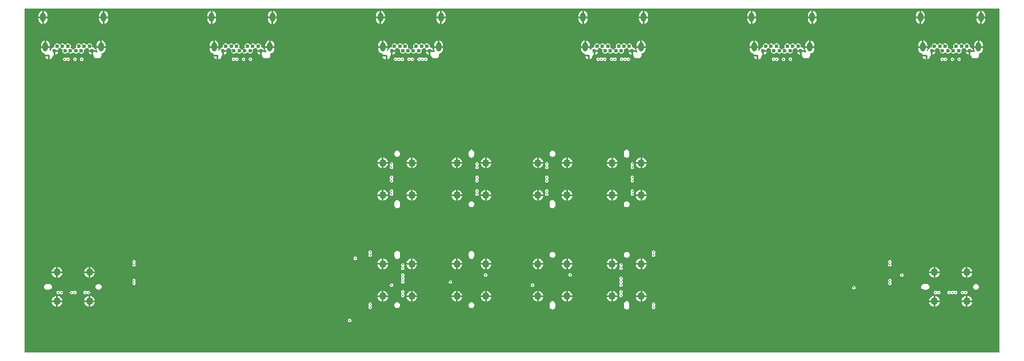
<source format=gbr>
%TF.GenerationSoftware,Altium Limited,Altium Designer,22.5.1 (42)*%
G04 Layer_Physical_Order=7*
G04 Layer_Color=9306309*
%FSLAX26Y26*%
%MOIN*%
%TF.SameCoordinates,16E36816-DCA1-4F18-AD40-64303467345E*%
%TF.FilePolarity,Positive*%
%TF.FileFunction,Copper,L7,Inr,Signal*%
%TF.Part,Single*%
G01*
G75*
%TA.AperFunction,ComponentPad*%
%ADD20C,0.043307*%
%ADD21C,0.023622*%
%ADD22O,0.031496X0.055118*%
%TA.AperFunction,ViaPad*%
%ADD23C,0.011811*%
G36*
X6978028Y1191298D02*
X1289723D01*
Y3200465D01*
X6978028D01*
Y1191298D01*
D02*
G37*
%LPC*%
G36*
X6874685Y3186729D02*
Y3154607D01*
X6895655D01*
Y3161417D01*
X6894770Y3168139D01*
X6892175Y3174402D01*
X6888048Y3179781D01*
X6882670Y3183908D01*
X6876406Y3186503D01*
X6874685Y3186729D01*
D02*
G37*
G36*
X6864685Y3186729D02*
X6862963Y3186503D01*
X6856699Y3183908D01*
X6851321Y3179781D01*
X6847194Y3174402D01*
X6844599Y3168139D01*
X6843714Y3161417D01*
Y3154607D01*
X6864685D01*
Y3186729D01*
D02*
G37*
G36*
X3725078Y3186729D02*
Y3154607D01*
X3746048D01*
Y3161417D01*
X3745164Y3168139D01*
X3742569Y3174402D01*
X3738442Y3179781D01*
X3733063Y3183908D01*
X3726800Y3186503D01*
X3725078Y3186729D01*
D02*
G37*
G36*
X3715078Y3186729D02*
X3713357Y3186503D01*
X3707093Y3183908D01*
X3701715Y3179781D01*
X3697587Y3174402D01*
X3694993Y3168139D01*
X3694108Y3161417D01*
Y3154607D01*
X3715078D01*
Y3186729D01*
D02*
G37*
G36*
X6521141Y3186729D02*
Y3154606D01*
X6542111D01*
Y3161417D01*
X6541226Y3168139D01*
X6538632Y3174402D01*
X6534505Y3179781D01*
X6529126Y3183908D01*
X6522863Y3186503D01*
X6521141Y3186729D01*
D02*
G37*
G36*
X5536889D02*
Y3154606D01*
X5557859D01*
Y3161417D01*
X5556974Y3168139D01*
X5554380Y3174402D01*
X5550253Y3179781D01*
X5544874Y3183908D01*
X5538611Y3186503D01*
X5536889Y3186729D01*
D02*
G37*
G36*
X4552637D02*
Y3154606D01*
X4573607D01*
Y3161417D01*
X4572722Y3168139D01*
X4570128Y3174402D01*
X4566001Y3179781D01*
X4560622Y3183908D01*
X4554359Y3186503D01*
X4552637Y3186729D01*
D02*
G37*
G36*
X6511141D02*
X6509419Y3186503D01*
X6503156Y3183908D01*
X6497777Y3179781D01*
X6493650Y3174402D01*
X6491056Y3168139D01*
X6490171Y3161417D01*
Y3154606D01*
X6511141D01*
Y3186729D01*
D02*
G37*
G36*
X5526889D02*
X5525167Y3186503D01*
X5518904Y3183908D01*
X5513525Y3179781D01*
X5509398Y3174402D01*
X5506804Y3168139D01*
X5505919Y3161417D01*
Y3154606D01*
X5526889D01*
Y3186729D01*
D02*
G37*
G36*
X4542637D02*
X4540916Y3186503D01*
X4534652Y3183908D01*
X4529273Y3179781D01*
X4525146Y3174402D01*
X4522552Y3168139D01*
X4521667Y3161417D01*
Y3154606D01*
X4542637D01*
Y3186729D01*
D02*
G37*
G36*
X3371535Y3186729D02*
Y3154606D01*
X3392505D01*
Y3161417D01*
X3391620Y3168139D01*
X3389026Y3174402D01*
X3384898Y3179781D01*
X3379520Y3183908D01*
X3373256Y3186503D01*
X3371535Y3186729D01*
D02*
G37*
G36*
X2740826D02*
Y3154606D01*
X2761796D01*
Y3161417D01*
X2760912Y3168139D01*
X2758317Y3174402D01*
X2754190Y3179781D01*
X2748811Y3183908D01*
X2742548Y3186503D01*
X2740826Y3186729D01*
D02*
G37*
G36*
X2387283D02*
Y3154606D01*
X2408253D01*
Y3161417D01*
X2407368Y3168139D01*
X2404774Y3174402D01*
X2400646Y3179781D01*
X2395268Y3183908D01*
X2389004Y3186503D01*
X2387283Y3186729D01*
D02*
G37*
G36*
X1756574D02*
Y3154606D01*
X1777544D01*
Y3161417D01*
X1776659Y3168139D01*
X1774065Y3174402D01*
X1769938Y3179781D01*
X1764559Y3183908D01*
X1758296Y3186503D01*
X1756574Y3186729D01*
D02*
G37*
G36*
X1403031D02*
Y3154606D01*
X1424001D01*
Y3161417D01*
X1423116Y3168139D01*
X1420522Y3174402D01*
X1416395Y3179781D01*
X1411016Y3183908D01*
X1404752Y3186503D01*
X1403031Y3186729D01*
D02*
G37*
G36*
X3361535Y3186729D02*
X3359813Y3186503D01*
X3353550Y3183908D01*
X3348171Y3179781D01*
X3344044Y3174402D01*
X3341450Y3168139D01*
X3340565Y3161417D01*
Y3154606D01*
X3361535D01*
Y3186729D01*
D02*
G37*
G36*
X1393031D02*
X1391309Y3186503D01*
X1385046Y3183908D01*
X1379667Y3179781D01*
X1375540Y3174402D01*
X1372946Y3168139D01*
X1372061Y3161417D01*
Y3154606D01*
X1393031D01*
Y3186729D01*
D02*
G37*
G36*
X2730826D02*
X2729105Y3186503D01*
X2722841Y3183908D01*
X2717463Y3179781D01*
X2713335Y3174402D01*
X2710741Y3168139D01*
X2709856Y3161417D01*
Y3154606D01*
X2730826D01*
Y3186729D01*
D02*
G37*
G36*
X2377283D02*
X2375561Y3186503D01*
X2369298Y3183908D01*
X2363919Y3179781D01*
X2359792Y3174402D01*
X2357198Y3168139D01*
X2356313Y3161417D01*
Y3154606D01*
X2377283D01*
Y3186729D01*
D02*
G37*
G36*
X1746574D02*
X1744853Y3186503D01*
X1738589Y3183908D01*
X1733210Y3179781D01*
X1729083Y3174402D01*
X1726489Y3168139D01*
X1725604Y3161417D01*
Y3154606D01*
X1746574D01*
Y3186729D01*
D02*
G37*
G36*
X5890432Y3186729D02*
Y3154606D01*
X5911403D01*
Y3161417D01*
X5910518Y3168139D01*
X5907923Y3174402D01*
X5903796Y3179781D01*
X5898418Y3183908D01*
X5892154Y3186503D01*
X5890432Y3186729D01*
D02*
G37*
G36*
X4906180D02*
Y3154606D01*
X4927151D01*
Y3161417D01*
X4926266Y3168139D01*
X4923671Y3174402D01*
X4919544Y3179781D01*
X4914166Y3183908D01*
X4907902Y3186503D01*
X4906180Y3186729D01*
D02*
G37*
G36*
X5880432Y3186729D02*
X5878711Y3186503D01*
X5872447Y3183908D01*
X5867069Y3179781D01*
X5862942Y3174402D01*
X5860347Y3168139D01*
X5859462Y3161417D01*
Y3154606D01*
X5880432D01*
Y3186729D01*
D02*
G37*
G36*
X4896180D02*
X4894459Y3186503D01*
X4888195Y3183908D01*
X4882817Y3179781D01*
X4878690Y3174402D01*
X4876095Y3168139D01*
X4875210Y3161417D01*
Y3154606D01*
X4896180D01*
Y3186729D01*
D02*
G37*
G36*
X6895655Y3144607D02*
X6874685D01*
Y3112483D01*
X6876406Y3112710D01*
X6882670Y3115304D01*
X6888048Y3119432D01*
X6892175Y3124810D01*
X6894770Y3131074D01*
X6895655Y3137795D01*
Y3144607D01*
D02*
G37*
G36*
X5880432Y3144606D02*
X5859462D01*
Y3137795D01*
X5860347Y3131074D01*
X5862942Y3124810D01*
X5867069Y3119432D01*
X5872447Y3115304D01*
X5878711Y3112710D01*
X5880432Y3112483D01*
Y3144606D01*
D02*
G37*
G36*
X4896180D02*
X4875210D01*
Y3137795D01*
X4876095Y3131074D01*
X4878690Y3124810D01*
X4882817Y3119432D01*
X4888195Y3115304D01*
X4894459Y3112710D01*
X4896180Y3112483D01*
Y3144606D01*
D02*
G37*
G36*
X3746048Y3144607D02*
X3725078D01*
Y3112483D01*
X3726800Y3112710D01*
X3733063Y3115304D01*
X3738442Y3119432D01*
X3742569Y3124810D01*
X3745164Y3131074D01*
X3746048Y3137795D01*
Y3144607D01*
D02*
G37*
G36*
X2377283Y3144606D02*
X2356313D01*
Y3137795D01*
X2357198Y3131074D01*
X2359792Y3124810D01*
X2363919Y3119432D01*
X2369298Y3115304D01*
X2375561Y3112710D01*
X2377283Y3112483D01*
Y3144606D01*
D02*
G37*
G36*
X1746574D02*
X1725604D01*
Y3137795D01*
X1726489Y3131074D01*
X1729083Y3124810D01*
X1733210Y3119432D01*
X1738589Y3115304D01*
X1744853Y3112710D01*
X1746574Y3112483D01*
Y3144606D01*
D02*
G37*
G36*
X1393031D02*
X1372061D01*
Y3137795D01*
X1372946Y3131074D01*
X1375540Y3124810D01*
X1379667Y3119432D01*
X1385046Y3115304D01*
X1391309Y3112710D01*
X1393031Y3112483D01*
Y3144606D01*
D02*
G37*
G36*
X3361535D02*
X3340565D01*
Y3137795D01*
X3341450Y3131074D01*
X3344044Y3124810D01*
X3348171Y3119432D01*
X3353550Y3115304D01*
X3359813Y3112710D01*
X3361535Y3112483D01*
Y3144606D01*
D02*
G37*
G36*
X2730826D02*
X2709856D01*
Y3137795D01*
X2710741Y3131074D01*
X2713335Y3124810D01*
X2717463Y3119432D01*
X2722841Y3115304D01*
X2729105Y3112710D01*
X2730826Y3112483D01*
Y3144606D01*
D02*
G37*
G36*
X6542111Y3144606D02*
X6521141D01*
Y3112483D01*
X6522863Y3112710D01*
X6529126Y3115304D01*
X6534505Y3119432D01*
X6538632Y3124810D01*
X6541226Y3131074D01*
X6542111Y3137795D01*
Y3144606D01*
D02*
G37*
G36*
X5557859D02*
X5536889D01*
Y3112483D01*
X5538611Y3112710D01*
X5544874Y3115304D01*
X5550253Y3119432D01*
X5554380Y3124810D01*
X5556974Y3131074D01*
X5557859Y3137795D01*
Y3144606D01*
D02*
G37*
G36*
X4573607D02*
X4552637D01*
Y3112483D01*
X4554359Y3112710D01*
X4560622Y3115304D01*
X4566001Y3119432D01*
X4570128Y3124810D01*
X4572722Y3131074D01*
X4573607Y3137795D01*
Y3144606D01*
D02*
G37*
G36*
X6511141D02*
X6490171D01*
Y3137795D01*
X6491056Y3131074D01*
X6493650Y3124810D01*
X6497777Y3119432D01*
X6503156Y3115304D01*
X6509419Y3112710D01*
X6511141Y3112483D01*
Y3144606D01*
D02*
G37*
G36*
X5526889D02*
X5505919D01*
Y3137795D01*
X5506804Y3131074D01*
X5509398Y3124810D01*
X5513525Y3119432D01*
X5518904Y3115304D01*
X5525167Y3112710D01*
X5526889Y3112483D01*
Y3144606D01*
D02*
G37*
G36*
X4542637D02*
X4521667D01*
Y3137795D01*
X4522552Y3131074D01*
X4525146Y3124810D01*
X4529273Y3119432D01*
X4534652Y3115304D01*
X4540916Y3112710D01*
X4542637Y3112483D01*
Y3144606D01*
D02*
G37*
G36*
X2761796Y3144606D02*
X2740826D01*
Y3112483D01*
X2742548Y3112710D01*
X2748811Y3115304D01*
X2754190Y3119432D01*
X2758317Y3124810D01*
X2760912Y3131074D01*
X2761796Y3137795D01*
Y3144606D01*
D02*
G37*
G36*
X3392505D02*
X3371535D01*
Y3112483D01*
X3373256Y3112710D01*
X3379520Y3115304D01*
X3384898Y3119432D01*
X3389026Y3124810D01*
X3391620Y3131074D01*
X3392505Y3137795D01*
Y3144606D01*
D02*
G37*
G36*
X2408253D02*
X2387283D01*
Y3112483D01*
X2389004Y3112710D01*
X2395268Y3115304D01*
X2400646Y3119432D01*
X2404774Y3124810D01*
X2407368Y3131074D01*
X2408253Y3137795D01*
Y3144606D01*
D02*
G37*
G36*
X1777544D02*
X1756574D01*
Y3112483D01*
X1758296Y3112710D01*
X1764559Y3115304D01*
X1769938Y3119432D01*
X1774065Y3124810D01*
X1776659Y3131074D01*
X1777544Y3137795D01*
Y3144606D01*
D02*
G37*
G36*
X1424001D02*
X1403031D01*
Y3112483D01*
X1404752Y3112710D01*
X1411016Y3115304D01*
X1416395Y3119432D01*
X1420522Y3124810D01*
X1423116Y3131074D01*
X1424001Y3137795D01*
Y3144606D01*
D02*
G37*
G36*
X3715078Y3144607D02*
X3694108D01*
Y3137795D01*
X3694993Y3131074D01*
X3697587Y3124810D01*
X3701715Y3119432D01*
X3707093Y3115304D01*
X3713357Y3112710D01*
X3715078Y3112483D01*
Y3144607D01*
D02*
G37*
G36*
X4927151Y3144606D02*
X4906180D01*
Y3112483D01*
X4907902Y3112710D01*
X4914166Y3115304D01*
X4919544Y3119432D01*
X4923671Y3124810D01*
X4926266Y3131074D01*
X4927151Y3137795D01*
Y3144606D01*
D02*
G37*
G36*
X5911403D02*
X5890432D01*
Y3112483D01*
X5892154Y3112710D01*
X5898418Y3115304D01*
X5903796Y3119432D01*
X5907923Y3124810D01*
X5910518Y3131074D01*
X5911403Y3137795D01*
Y3144606D01*
D02*
G37*
G36*
X6864685Y3144607D02*
X6843714D01*
Y3137795D01*
X6844599Y3131074D01*
X6847194Y3124810D01*
X6851321Y3119432D01*
X6856699Y3115304D01*
X6862963Y3112710D01*
X6864685Y3112483D01*
Y3144607D01*
D02*
G37*
G36*
X6860511Y3013501D02*
Y2981378D01*
X6881481D01*
Y2988189D01*
X6880596Y2994911D01*
X6878002Y3001174D01*
X6873875Y3006553D01*
X6868496Y3010680D01*
X6862233Y3013274D01*
X6860511Y3013501D01*
D02*
G37*
G36*
X6535314D02*
Y2981378D01*
X6556285D01*
Y2988189D01*
X6555400Y2994911D01*
X6552805Y3001174D01*
X6548678Y3006553D01*
X6543300Y3010680D01*
X6537036Y3013274D01*
X6535314Y3013501D01*
D02*
G37*
G36*
X5876259D02*
Y2981378D01*
X5897229D01*
Y2988189D01*
X5896345Y2994911D01*
X5893750Y3001174D01*
X5889623Y3006553D01*
X5884244Y3010680D01*
X5877981Y3013274D01*
X5876259Y3013501D01*
D02*
G37*
G36*
X5551062D02*
Y2981378D01*
X5572033D01*
Y2988189D01*
X5571148Y2994911D01*
X5568553Y3001174D01*
X5564426Y3006553D01*
X5559047Y3010680D01*
X5552784Y3013274D01*
X5551062Y3013501D01*
D02*
G37*
G36*
X4892007D02*
Y2981378D01*
X4912977D01*
Y2988189D01*
X4912092Y2994911D01*
X4909498Y3001174D01*
X4905371Y3006553D01*
X4899992Y3010680D01*
X4893729Y3013274D01*
X4892007Y3013501D01*
D02*
G37*
G36*
X4566810D02*
Y2981378D01*
X4587781D01*
Y2988189D01*
X4586896Y2994911D01*
X4584301Y3001174D01*
X4580174Y3006553D01*
X4574796Y3010680D01*
X4568532Y3013274D01*
X4566810Y3013501D01*
D02*
G37*
G36*
X1417204D02*
Y2981378D01*
X1438174D01*
Y2988189D01*
X1437289Y2994911D01*
X1434695Y3001174D01*
X1430568Y3006553D01*
X1425189Y3010680D01*
X1418926Y3013274D01*
X1417204Y3013501D01*
D02*
G37*
G36*
X6850511D02*
X6848790Y3013274D01*
X6842526Y3010680D01*
X6837148Y3006553D01*
X6833020Y3001174D01*
X6830426Y2994911D01*
X6829541Y2988189D01*
Y2981378D01*
X6850511D01*
Y3013501D01*
D02*
G37*
G36*
X1407204D02*
X1405483Y3013274D01*
X1399219Y3010680D01*
X1393840Y3006553D01*
X1389713Y3001174D01*
X1387119Y2994911D01*
X1386234Y2988189D01*
Y2981378D01*
X1407204D01*
Y3013501D01*
D02*
G37*
G36*
X6525314D02*
X6523593Y3013274D01*
X6517329Y3010680D01*
X6511951Y3006553D01*
X6507824Y3001174D01*
X6505229Y2994911D01*
X6504344Y2988189D01*
Y2981378D01*
X6525314D01*
Y3013501D01*
D02*
G37*
G36*
X5866259D02*
X5864538Y3013274D01*
X5858274Y3010680D01*
X5852895Y3006553D01*
X5848768Y3001174D01*
X5846174Y2994911D01*
X5845289Y2988189D01*
Y2981378D01*
X5866259D01*
Y3013501D01*
D02*
G37*
G36*
X5541062D02*
X5539341Y3013274D01*
X5533077Y3010680D01*
X5527699Y3006553D01*
X5523572Y3001174D01*
X5520977Y2994911D01*
X5520092Y2988189D01*
Y2981378D01*
X5541062D01*
Y3013501D01*
D02*
G37*
G36*
X4882007D02*
X4880286Y3013274D01*
X4874022Y3010680D01*
X4868644Y3006553D01*
X4864516Y3001174D01*
X4861922Y2994911D01*
X4861037Y2988189D01*
Y2981378D01*
X4882007D01*
Y3013501D01*
D02*
G37*
G36*
X4556810D02*
X4555089Y3013274D01*
X4548825Y3010680D01*
X4543447Y3006553D01*
X4539319Y3001174D01*
X4536725Y2994911D01*
X4535840Y2988189D01*
Y2981378D01*
X4556810D01*
Y3013501D01*
D02*
G37*
G36*
X2726653Y3013501D02*
Y2981378D01*
X2747623D01*
Y2988189D01*
X2746738Y2994911D01*
X2744144Y3001174D01*
X2740017Y3006553D01*
X2734638Y3010680D01*
X2728374Y3013274D01*
X2726653Y3013501D01*
D02*
G37*
G36*
X2401456D02*
Y2981378D01*
X2422426D01*
Y2988189D01*
X2421541Y2994911D01*
X2418947Y3001174D01*
X2414820Y3006553D01*
X2409441Y3010680D01*
X2403178Y3013274D01*
X2401456Y3013501D01*
D02*
G37*
G36*
X1742401D02*
Y2981378D01*
X1763371D01*
Y2988189D01*
X1762486Y2994911D01*
X1759892Y3001174D01*
X1755765Y3006553D01*
X1750386Y3010680D01*
X1744122Y3013274D01*
X1742401Y3013501D01*
D02*
G37*
G36*
X3710905D02*
Y2981378D01*
X3731875D01*
Y2988189D01*
X3730990Y2994911D01*
X3728396Y3001174D01*
X3724269Y3006553D01*
X3718890Y3010680D01*
X3712626Y3013274D01*
X3710905Y3013501D01*
D02*
G37*
G36*
X3385708D02*
Y2981378D01*
X3406678D01*
Y2988189D01*
X3405793Y2994911D01*
X3403199Y3001174D01*
X3399072Y3006553D01*
X3393693Y3010680D01*
X3387430Y3013274D01*
X3385708Y3013501D01*
D02*
G37*
G36*
X2716653Y3013501D02*
X2714931Y3013274D01*
X2708668Y3010680D01*
X2703289Y3006553D01*
X2699162Y3001174D01*
X2696568Y2994911D01*
X2695683Y2988189D01*
Y2981378D01*
X2716653D01*
Y3013501D01*
D02*
G37*
G36*
X2391456D02*
X2389735Y3013274D01*
X2383471Y3010680D01*
X2378092Y3006553D01*
X2373965Y3001174D01*
X2371371Y2994911D01*
X2370486Y2988189D01*
Y2981378D01*
X2391456D01*
Y3013501D01*
D02*
G37*
G36*
X1732401D02*
X1730679Y3013274D01*
X1724416Y3010680D01*
X1719037Y3006553D01*
X1714910Y3001174D01*
X1712316Y2994911D01*
X1711431Y2988189D01*
Y2981378D01*
X1732401D01*
Y3013501D01*
D02*
G37*
G36*
X3700905D02*
X3699183Y3013274D01*
X3692920Y3010680D01*
X3687541Y3006553D01*
X3683414Y3001174D01*
X3680820Y2994911D01*
X3679935Y2988189D01*
Y2981378D01*
X3700905D01*
Y3013501D01*
D02*
G37*
G36*
X3375708D02*
X3373986Y3013274D01*
X3367723Y3010680D01*
X3362344Y3006553D01*
X3358217Y3001174D01*
X3355623Y2994911D01*
X3354738Y2988189D01*
Y2981378D01*
X3375708D01*
Y3013501D01*
D02*
G37*
G36*
X6727581Y2996654D02*
X6721237D01*
X6715377Y2994226D01*
X6710891Y2989741D01*
X6708464Y2983880D01*
Y2977537D01*
X6709971Y2973898D01*
X6707203Y2969014D01*
X6707042Y2968898D01*
X6705528D01*
X6699740Y2966500D01*
X6695747Y2962506D01*
X6692913Y2962270D01*
X6690079Y2962506D01*
X6686085Y2966500D01*
X6680297Y2968898D01*
X6678783D01*
X6678622Y2969014D01*
X6675854Y2973898D01*
X6677362Y2977537D01*
Y2983880D01*
X6674934Y2989741D01*
X6670449Y2994226D01*
X6664588Y2996654D01*
X6658245D01*
X6652385Y2994226D01*
X6648421Y2990262D01*
X6645763Y2989936D01*
X6642684Y2990216D01*
X6638841Y2994059D01*
X6633053Y2996457D01*
X6626788D01*
X6621000Y2994059D01*
X6617006Y2990065D01*
X6614173Y2989829D01*
X6611339Y2990065D01*
X6607345Y2994059D01*
X6601557Y2996457D01*
X6595292D01*
X6589504Y2994059D01*
X6585074Y2989629D01*
X6582677Y2983841D01*
Y2977576D01*
X6580929Y2974961D01*
X6578338D01*
X6570322Y2971640D01*
X6564186Y2965505D01*
X6560866Y2957488D01*
X6557341Y2955561D01*
X6555400Y2957845D01*
X6556285Y2964567D01*
Y2971378D01*
X6530314D01*
Y2976378D01*
D01*
Y2971378D01*
X6504344D01*
Y2964567D01*
X6505229Y2957845D01*
X6507824Y2951582D01*
X6511951Y2946203D01*
X6517329Y2942076D01*
X6523593Y2939482D01*
X6525907Y2939177D01*
X6529059Y2933719D01*
X6528578Y2932559D01*
X6551181D01*
Y2927559D01*
X6556181D01*
Y2904957D01*
X6564093Y2908234D01*
X6570505Y2914647D01*
X6573976Y2923025D01*
Y2927733D01*
X6577677Y2930792D01*
Y2953150D01*
X6582677D01*
Y2958150D01*
X6604214D01*
X6601455Y2964808D01*
X6601557Y2964961D01*
X6607345Y2967358D01*
X6611339Y2971352D01*
X6614173Y2971588D01*
X6617006Y2971352D01*
X6621000Y2967358D01*
X6626788Y2964961D01*
X6628302D01*
X6628463Y2964845D01*
X6631231Y2959961D01*
X6629724Y2956321D01*
Y2949978D01*
X6632151Y2944117D01*
X6636637Y2939632D01*
X6642497Y2937205D01*
X6648840D01*
X6654701Y2939632D01*
X6658665Y2943596D01*
X6661323Y2943923D01*
X6664401Y2943642D01*
X6668244Y2939799D01*
X6674032Y2937402D01*
X6680297D01*
X6686085Y2939799D01*
X6690079Y2943793D01*
X6692913Y2944029D01*
X6695747Y2943793D01*
X6699740Y2939799D01*
X6705528Y2937402D01*
X6711793D01*
X6717581Y2939799D01*
X6721424Y2943642D01*
X6724503Y2943923D01*
X6727161Y2943596D01*
X6731125Y2939632D01*
X6736985Y2937205D01*
X6743328D01*
X6749189Y2939632D01*
X6753674Y2944117D01*
X6756102Y2949978D01*
Y2956321D01*
X6754594Y2959961D01*
X6757362Y2964845D01*
X6757523Y2964961D01*
X6759037D01*
X6764825Y2967358D01*
X6768819Y2971352D01*
X6771653Y2971588D01*
X6774487Y2971352D01*
X6778480Y2967358D01*
X6784268Y2964961D01*
X6784370Y2964808D01*
X6781612Y2958150D01*
X6824686D01*
X6821640Y2965505D01*
X6815504Y2971640D01*
X6807488Y2974961D01*
X6804897D01*
X6803149Y2977576D01*
Y2983841D01*
X6800752Y2989629D01*
X6796322Y2994059D01*
X6790533Y2996457D01*
X6784269D01*
X6778480Y2994059D01*
X6774487Y2990065D01*
X6771653Y2989829D01*
X6768819Y2990065D01*
X6764825Y2994059D01*
X6759037Y2996457D01*
X6752772D01*
X6746984Y2994059D01*
X6743141Y2990216D01*
X6740063Y2989936D01*
X6737405Y2990262D01*
X6733441Y2994226D01*
X6727581Y2996654D01*
D02*
G37*
G36*
X5743328D02*
X5736985D01*
X5731125Y2994226D01*
X5726639Y2989741D01*
X5724212Y2983880D01*
Y2977537D01*
X5725719Y2973898D01*
X5722951Y2969014D01*
X5722790Y2968898D01*
X5721276D01*
X5715488Y2966500D01*
X5711495Y2962506D01*
X5708661Y2962270D01*
X5705827Y2962506D01*
X5701833Y2966500D01*
X5696045Y2968898D01*
X5694531D01*
X5694370Y2969014D01*
X5691602Y2973898D01*
X5693110Y2977537D01*
Y2983880D01*
X5690682Y2989741D01*
X5686197Y2994226D01*
X5680336Y2996654D01*
X5673993D01*
X5668133Y2994226D01*
X5664169Y2990262D01*
X5661511Y2989936D01*
X5658432Y2990216D01*
X5654589Y2994059D01*
X5648801Y2996457D01*
X5642536D01*
X5636748Y2994059D01*
X5632754Y2990065D01*
X5629921Y2989829D01*
X5627087Y2990065D01*
X5623093Y2994059D01*
X5617305Y2996457D01*
X5611040D01*
X5605252Y2994059D01*
X5600822Y2989629D01*
X5598425Y2983841D01*
Y2977576D01*
X5596677Y2974961D01*
X5594086D01*
X5586070Y2971640D01*
X5579934Y2965505D01*
X5576614Y2957488D01*
X5573088Y2955561D01*
X5571148Y2957845D01*
X5572033Y2964567D01*
Y2971378D01*
X5546062D01*
X5520092D01*
Y2964567D01*
X5520977Y2957845D01*
X5523572Y2951582D01*
X5527699Y2946203D01*
X5533077Y2942076D01*
X5539341Y2939482D01*
X5541655Y2939177D01*
X5544806Y2933719D01*
X5544326Y2932559D01*
X5566928D01*
Y2927559D01*
X5571928D01*
Y2904957D01*
X5579841Y2908234D01*
X5586253Y2914647D01*
X5589724Y2923025D01*
Y2927733D01*
X5593425Y2930792D01*
Y2953150D01*
X5598425D01*
Y2958150D01*
X5619962D01*
X5617203Y2964808D01*
X5617305Y2964961D01*
X5623093Y2967358D01*
X5627087Y2971352D01*
X5629921Y2971588D01*
X5632754Y2971352D01*
X5636748Y2967358D01*
X5642536Y2964961D01*
X5644050D01*
X5644211Y2964845D01*
X5646979Y2959961D01*
X5645472Y2956321D01*
Y2949978D01*
X5647899Y2944117D01*
X5652385Y2939632D01*
X5658245Y2937205D01*
X5664588D01*
X5670449Y2939632D01*
X5674413Y2943596D01*
X5677071Y2943923D01*
X5680149Y2943642D01*
X5683992Y2939799D01*
X5689780Y2937402D01*
X5696045D01*
X5701833Y2939799D01*
X5705827Y2943793D01*
X5708661Y2944029D01*
X5711495Y2943793D01*
X5715488Y2939799D01*
X5721276Y2937402D01*
X5727541D01*
X5733329Y2939799D01*
X5737172Y2943642D01*
X5740251Y2943923D01*
X5742909Y2943596D01*
X5746873Y2939632D01*
X5752733Y2937205D01*
X5759077D01*
X5764937Y2939632D01*
X5769422Y2944117D01*
X5771850Y2949978D01*
Y2956321D01*
X5770342Y2959961D01*
X5773110Y2964845D01*
X5773271Y2964961D01*
X5774785D01*
X5780573Y2967358D01*
X5784567Y2971352D01*
X5787401Y2971588D01*
X5790235Y2971352D01*
X5794229Y2967358D01*
X5800016Y2964961D01*
X5800118Y2964808D01*
X5797360Y2958150D01*
X5840434D01*
X5837387Y2965505D01*
X5831252Y2971640D01*
X5823235Y2974961D01*
X5820645D01*
X5818897Y2977576D01*
Y2983841D01*
X5816499Y2989629D01*
X5812069Y2994059D01*
X5806282Y2996457D01*
X5800016D01*
X5794229Y2994059D01*
X5790235Y2990065D01*
X5787401Y2989829D01*
X5784567Y2990065D01*
X5780573Y2994059D01*
X5774785Y2996457D01*
X5768520D01*
X5762732Y2994059D01*
X5758890Y2990216D01*
X5755811Y2989936D01*
X5753153Y2990262D01*
X5749189Y2994226D01*
X5743328Y2996654D01*
D02*
G37*
G36*
X4759077D02*
X4752733D01*
X4746873Y2994226D01*
X4742387Y2989741D01*
X4739960Y2983880D01*
Y2977537D01*
X4741467Y2973898D01*
X4738699Y2969014D01*
X4738538Y2968898D01*
X4737024D01*
X4731236Y2966500D01*
X4727243Y2962506D01*
X4724409Y2962270D01*
X4721575Y2962506D01*
X4717581Y2966500D01*
X4711793Y2968898D01*
X4710279D01*
X4710118Y2969014D01*
X4707350Y2973898D01*
X4708858Y2977537D01*
Y2983880D01*
X4706430Y2989741D01*
X4701945Y2994226D01*
X4696084Y2996654D01*
X4689741D01*
X4683881Y2994226D01*
X4679917Y2990262D01*
X4677259Y2989936D01*
X4674180Y2990216D01*
X4670337Y2994059D01*
X4664549Y2996457D01*
X4658284D01*
X4652496Y2994059D01*
X4648502Y2990065D01*
X4645669Y2989829D01*
X4642835Y2990065D01*
X4638841Y2994059D01*
X4633053Y2996457D01*
X4626788D01*
X4621000Y2994059D01*
X4616570Y2989629D01*
X4614173Y2983841D01*
Y2977576D01*
X4612425Y2974961D01*
X4609834D01*
X4601818Y2971640D01*
X4595682Y2965505D01*
X4592362Y2957488D01*
X4588837Y2955561D01*
X4586896Y2957845D01*
X4587781Y2964567D01*
Y2971378D01*
X4561810D01*
X4535840D01*
Y2964567D01*
X4536725Y2957845D01*
X4539319Y2951582D01*
X4543447Y2946203D01*
X4548825Y2942076D01*
X4555089Y2939482D01*
X4557403Y2939177D01*
X4560555Y2933719D01*
X4560074Y2932559D01*
X4582676D01*
Y2927559D01*
X4587676D01*
Y2904957D01*
X4595589Y2908234D01*
X4602001Y2914647D01*
X4605472Y2923025D01*
Y2927733D01*
X4609173Y2930792D01*
Y2953150D01*
X4614173D01*
Y2958150D01*
X4635710D01*
X4632951Y2964808D01*
X4633053Y2964961D01*
X4638841Y2967358D01*
X4642835Y2971352D01*
X4645669Y2971588D01*
X4648502Y2971352D01*
X4652496Y2967358D01*
X4658284Y2964961D01*
X4659798D01*
X4659959Y2964845D01*
X4662727Y2959961D01*
X4661220Y2956321D01*
Y2949978D01*
X4663647Y2944117D01*
X4668133Y2939632D01*
X4673993Y2937205D01*
X4680336D01*
X4686197Y2939632D01*
X4690161Y2943596D01*
X4692819Y2943923D01*
X4695897Y2943642D01*
X4699740Y2939799D01*
X4705528Y2937402D01*
X4711793D01*
X4717581Y2939799D01*
X4721575Y2943793D01*
X4724409Y2944029D01*
X4727243Y2943793D01*
X4731236Y2939799D01*
X4737024Y2937402D01*
X4743289D01*
X4749077Y2939799D01*
X4752920Y2943642D01*
X4755999Y2943923D01*
X4758657Y2943596D01*
X4762621Y2939632D01*
X4768481Y2937205D01*
X4774824D01*
X4780685Y2939632D01*
X4785170Y2944117D01*
X4787598Y2949978D01*
Y2956321D01*
X4786090Y2959961D01*
X4788858Y2964845D01*
X4789019Y2964961D01*
X4790533D01*
X4796321Y2967358D01*
X4800315Y2971352D01*
X4803149Y2971588D01*
X4805983Y2971352D01*
X4809976Y2967358D01*
X4815764Y2964961D01*
X4815866Y2964808D01*
X4813108Y2958150D01*
X4856182D01*
X4853136Y2965505D01*
X4847000Y2971640D01*
X4838984Y2974961D01*
X4836393D01*
X4834645Y2977576D01*
Y2983841D01*
X4832248Y2989629D01*
X4827818Y2994059D01*
X4822029Y2996457D01*
X4815765D01*
X4809976Y2994059D01*
X4805983Y2990065D01*
X4803149Y2989829D01*
X4800315Y2990065D01*
X4796321Y2994059D01*
X4790533Y2996457D01*
X4784268D01*
X4778480Y2994059D01*
X4774637Y2990216D01*
X4771559Y2989936D01*
X4768901Y2990262D01*
X4764937Y2994226D01*
X4759077Y2996654D01*
D02*
G37*
G36*
X3577974D02*
X3571631D01*
X3565771Y2994226D01*
X3561285Y2989741D01*
X3558858Y2983880D01*
Y2977537D01*
X3560365Y2973898D01*
X3557597Y2969014D01*
X3557436Y2968898D01*
X3555922D01*
X3550134Y2966500D01*
X3546140Y2962506D01*
X3543307Y2962270D01*
X3540473Y2962506D01*
X3536479Y2966500D01*
X3530691Y2968898D01*
X3529177D01*
X3529016Y2969014D01*
X3526248Y2973898D01*
X3527755Y2977537D01*
Y2983880D01*
X3525328Y2989741D01*
X3520843Y2994226D01*
X3514982Y2996654D01*
X3508639D01*
X3502778Y2994226D01*
X3498815Y2990262D01*
X3496156Y2989936D01*
X3493078Y2990216D01*
X3489235Y2994059D01*
X3483447Y2996457D01*
X3477182D01*
X3471394Y2994059D01*
X3467400Y2990065D01*
X3464566Y2989829D01*
X3461733Y2990065D01*
X3457739Y2994059D01*
X3451951Y2996457D01*
X3445686D01*
X3439898Y2994059D01*
X3435468Y2989629D01*
X3433070Y2983841D01*
Y2977576D01*
X3431323Y2974961D01*
X3428732D01*
X3420715Y2971640D01*
X3414580Y2965505D01*
X3411259Y2957488D01*
X3407734Y2955561D01*
X3405793Y2957845D01*
X3406678Y2964567D01*
Y2971378D01*
X3380708D01*
Y2976378D01*
D01*
Y2971378D01*
X3354738D01*
Y2964567D01*
X3355623Y2957845D01*
X3358217Y2951582D01*
X3362344Y2946203D01*
X3367723Y2942076D01*
X3373986Y2939482D01*
X3376301Y2939177D01*
X3379452Y2933719D01*
X3378972Y2932559D01*
X3401574D01*
Y2927559D01*
X3406574D01*
Y2904957D01*
X3414487Y2908234D01*
X3420899Y2914647D01*
X3424369Y2923025D01*
Y2927733D01*
X3428070Y2930792D01*
Y2953150D01*
X3433070D01*
Y2958150D01*
X3454607D01*
X3451849Y2964808D01*
X3451951Y2964961D01*
X3457739Y2967358D01*
X3461733Y2971352D01*
X3464566Y2971588D01*
X3467400Y2971352D01*
X3471394Y2967358D01*
X3477182Y2964961D01*
X3478696D01*
X3478857Y2964845D01*
X3481625Y2959961D01*
X3480117Y2956321D01*
Y2949978D01*
X3482545Y2944117D01*
X3487030Y2939632D01*
X3492891Y2937205D01*
X3499234D01*
X3505095Y2939632D01*
X3509058Y2943596D01*
X3511716Y2943923D01*
X3514795Y2943642D01*
X3518638Y2939799D01*
X3524426Y2937402D01*
X3530691D01*
X3536479Y2939799D01*
X3540473Y2943793D01*
X3543307Y2944029D01*
X3546140Y2943793D01*
X3550134Y2939799D01*
X3555922Y2937402D01*
X3562187D01*
X3567975Y2939799D01*
X3571818Y2943642D01*
X3574896Y2943923D01*
X3577555Y2943596D01*
X3581519Y2939632D01*
X3587379Y2937205D01*
X3593722D01*
X3599583Y2939632D01*
X3604068Y2944117D01*
X3606495Y2949978D01*
Y2956321D01*
X3604988Y2959961D01*
X3607756Y2964845D01*
X3607917Y2964961D01*
X3609431D01*
X3615219Y2967358D01*
X3619213Y2971352D01*
X3622047Y2971588D01*
X3624880Y2971352D01*
X3628874Y2967358D01*
X3634662Y2964961D01*
X3634764Y2964808D01*
X3632006Y2958150D01*
X3675080D01*
X3672033Y2965505D01*
X3665898Y2971640D01*
X3657881Y2974961D01*
X3655290D01*
X3653543Y2977576D01*
Y2983841D01*
X3651145Y2989629D01*
X3646715Y2994059D01*
X3640927Y2996457D01*
X3634662D01*
X3628874Y2994059D01*
X3624880Y2990065D01*
X3622047Y2989829D01*
X3619213Y2990065D01*
X3615219Y2994059D01*
X3609431Y2996457D01*
X3603166D01*
X3597378Y2994059D01*
X3593535Y2990216D01*
X3590457Y2989936D01*
X3587798Y2990262D01*
X3583835Y2994226D01*
X3577974Y2996654D01*
D02*
G37*
G36*
X2593722D02*
X2587379D01*
X2581519Y2994226D01*
X2577033Y2989741D01*
X2574606Y2983880D01*
Y2977537D01*
X2576113Y2973898D01*
X2573345Y2969014D01*
X2573184Y2968898D01*
X2571670D01*
X2565882Y2966500D01*
X2561888Y2962506D01*
X2559055Y2962270D01*
X2556221Y2962506D01*
X2552227Y2966500D01*
X2546439Y2968898D01*
X2544925D01*
X2544764Y2969014D01*
X2541996Y2973898D01*
X2543503Y2977537D01*
Y2983880D01*
X2541076Y2989741D01*
X2536590Y2994226D01*
X2530730Y2996654D01*
X2524387D01*
X2518526Y2994226D01*
X2514563Y2990262D01*
X2511904Y2989936D01*
X2508826Y2990216D01*
X2504983Y2994059D01*
X2499195Y2996457D01*
X2492930D01*
X2487142Y2994059D01*
X2483148Y2990065D01*
X2480314Y2989829D01*
X2477481Y2990065D01*
X2473487Y2994059D01*
X2467699Y2996457D01*
X2461434D01*
X2455646Y2994059D01*
X2451216Y2989629D01*
X2448818Y2983841D01*
Y2977576D01*
X2447071Y2974961D01*
X2444480D01*
X2436463Y2971640D01*
X2430328Y2965505D01*
X2427007Y2957488D01*
X2423482Y2955561D01*
X2421541Y2957845D01*
X2422426Y2964567D01*
Y2971378D01*
X2396456D01*
X2370486D01*
Y2964567D01*
X2371371Y2957845D01*
X2373965Y2951582D01*
X2378092Y2946203D01*
X2383471Y2942076D01*
X2389735Y2939482D01*
X2392049Y2939177D01*
X2395200Y2933719D01*
X2394720Y2932559D01*
X2417322D01*
Y2927559D01*
X2422322D01*
Y2904957D01*
X2430235Y2908234D01*
X2436647Y2914647D01*
X2440117Y2923025D01*
Y2927733D01*
X2443818Y2930792D01*
Y2953150D01*
X2448818D01*
Y2958150D01*
X2470355D01*
X2467597Y2964808D01*
X2467699Y2964961D01*
X2473487Y2967358D01*
X2477481Y2971352D01*
X2480314Y2971588D01*
X2483148Y2971352D01*
X2487142Y2967358D01*
X2492930Y2964961D01*
X2494444D01*
X2494605Y2964845D01*
X2497373Y2959961D01*
X2495865Y2956321D01*
Y2949978D01*
X2498293Y2944117D01*
X2502778Y2939632D01*
X2508639Y2937205D01*
X2514982D01*
X2520843Y2939632D01*
X2524806Y2943596D01*
X2527465Y2943923D01*
X2530543Y2943642D01*
X2534386Y2939799D01*
X2540174Y2937402D01*
X2546439D01*
X2552227Y2939799D01*
X2556221Y2943793D01*
X2559055Y2944029D01*
X2561888Y2943793D01*
X2565882Y2939799D01*
X2571670Y2937402D01*
X2577935D01*
X2583723Y2939799D01*
X2587566Y2943642D01*
X2590644Y2943923D01*
X2593303Y2943596D01*
X2597267Y2939632D01*
X2603127Y2937205D01*
X2609470D01*
X2615331Y2939632D01*
X2619816Y2944117D01*
X2622244Y2949978D01*
Y2956321D01*
X2620736Y2959961D01*
X2623504Y2964845D01*
X2623665Y2964961D01*
X2625179D01*
X2630967Y2967358D01*
X2634961Y2971352D01*
X2637795Y2971588D01*
X2640628Y2971352D01*
X2644622Y2967358D01*
X2650410Y2964961D01*
X2650512Y2964808D01*
X2647754Y2958150D01*
X2690828D01*
X2687781Y2965505D01*
X2681646Y2971640D01*
X2673629Y2974961D01*
X2671038D01*
X2669291Y2977576D01*
Y2983841D01*
X2666893Y2989629D01*
X2662463Y2994059D01*
X2656675Y2996457D01*
X2650410D01*
X2644622Y2994059D01*
X2640628Y2990065D01*
X2637795Y2989829D01*
X2634961Y2990065D01*
X2630967Y2994059D01*
X2625179Y2996457D01*
X2618914D01*
X2613126Y2994059D01*
X2609283Y2990216D01*
X2606205Y2989936D01*
X2603546Y2990262D01*
X2599583Y2994226D01*
X2593722Y2996654D01*
D02*
G37*
G36*
X1609470D02*
X1603127D01*
X1597266Y2994226D01*
X1592781Y2989741D01*
X1590354Y2983880D01*
Y2977537D01*
X1591861Y2973898D01*
X1589093Y2969014D01*
X1588932Y2968898D01*
X1587418D01*
X1581630Y2966500D01*
X1577636Y2962506D01*
X1574803Y2962270D01*
X1571969Y2962506D01*
X1567975Y2966500D01*
X1562187Y2968898D01*
X1560673D01*
X1560512Y2969014D01*
X1557744Y2973898D01*
X1559251Y2977537D01*
Y2983880D01*
X1556824Y2989741D01*
X1552339Y2994226D01*
X1546478Y2996654D01*
X1540135D01*
X1534274Y2994226D01*
X1530311Y2990262D01*
X1527652Y2989936D01*
X1524574Y2990216D01*
X1520731Y2994059D01*
X1514943Y2996457D01*
X1508678D01*
X1502890Y2994059D01*
X1498896Y2990065D01*
X1496062Y2989829D01*
X1493229Y2990065D01*
X1489235Y2994059D01*
X1483447Y2996457D01*
X1477182D01*
X1471394Y2994059D01*
X1466964Y2989629D01*
X1464566Y2983841D01*
Y2977576D01*
X1462819Y2974961D01*
X1460228D01*
X1452211Y2971640D01*
X1446076Y2965505D01*
X1442755Y2957488D01*
X1439230Y2955561D01*
X1437289Y2957845D01*
X1438174Y2964567D01*
Y2971378D01*
X1412204D01*
X1386234D01*
Y2964567D01*
X1387119Y2957845D01*
X1389713Y2951582D01*
X1393840Y2946203D01*
X1399219Y2942076D01*
X1405483Y2939482D01*
X1407797Y2939177D01*
X1410948Y2933719D01*
X1410468Y2932559D01*
X1433070D01*
Y2927559D01*
X1438070D01*
Y2904957D01*
X1445983Y2908234D01*
X1452395Y2914647D01*
X1455866Y2923025D01*
Y2927733D01*
X1459566Y2930792D01*
Y2953150D01*
X1464566D01*
Y2958150D01*
X1486103D01*
X1483345Y2964808D01*
X1483447Y2964961D01*
X1489235Y2967358D01*
X1493229Y2971352D01*
X1496062Y2971588D01*
X1498896Y2971352D01*
X1502890Y2967358D01*
X1508678Y2964961D01*
X1510192D01*
X1510353Y2964845D01*
X1513121Y2959961D01*
X1511613Y2956321D01*
Y2949978D01*
X1514041Y2944117D01*
X1518526Y2939632D01*
X1524387Y2937205D01*
X1530730D01*
X1536591Y2939632D01*
X1540554Y2943596D01*
X1543213Y2943923D01*
X1546291Y2943642D01*
X1550134Y2939799D01*
X1555922Y2937402D01*
X1562187D01*
X1567975Y2939799D01*
X1571969Y2943793D01*
X1574803Y2944029D01*
X1577636Y2943793D01*
X1581630Y2939799D01*
X1587418Y2937402D01*
X1593683D01*
X1599471Y2939799D01*
X1603314Y2943642D01*
X1606392Y2943923D01*
X1609051Y2943596D01*
X1613014Y2939632D01*
X1618875Y2937205D01*
X1625218D01*
X1631079Y2939632D01*
X1635564Y2944117D01*
X1637992Y2949978D01*
Y2956321D01*
X1636484Y2959961D01*
X1639252Y2964845D01*
X1639413Y2964961D01*
X1640927D01*
X1646715Y2967358D01*
X1650709Y2971352D01*
X1653543Y2971588D01*
X1656376Y2971352D01*
X1660370Y2967358D01*
X1666158Y2964961D01*
X1666260Y2964808D01*
X1663502Y2958150D01*
X1706576D01*
X1703529Y2965505D01*
X1697394Y2971640D01*
X1689377Y2974961D01*
X1686786D01*
X1685039Y2977576D01*
Y2983841D01*
X1682641Y2989629D01*
X1678211Y2994059D01*
X1672423Y2996457D01*
X1666158D01*
X1660370Y2994059D01*
X1656376Y2990065D01*
X1653543Y2989829D01*
X1650709Y2990065D01*
X1646715Y2994059D01*
X1640927Y2996457D01*
X1634662D01*
X1628874Y2994059D01*
X1625031Y2990216D01*
X1621953Y2989936D01*
X1619294Y2990262D01*
X1615331Y2994226D01*
X1609470Y2996654D01*
D02*
G37*
G36*
X5897229Y2971378D02*
X5871259D01*
X5845289D01*
Y2964567D01*
X5846174Y2957845D01*
X5848768Y2951582D01*
X5849748Y2950305D01*
X5847666Y2945903D01*
X5844219Y2945620D01*
X5841933Y2948150D01*
X5823897D01*
Y2931089D01*
X5823965Y2931072D01*
X5827370Y2928278D01*
X5827227Y2927559D01*
X5828541Y2920954D01*
X5832282Y2915354D01*
X5837882Y2911612D01*
X5844488Y2910298D01*
X5856299D01*
X5862904Y2911612D01*
X5868504Y2915354D01*
X5872246Y2920954D01*
X5873560Y2927559D01*
X5872339Y2933696D01*
X5872390Y2934424D01*
X5874971Y2939086D01*
X5877981Y2939482D01*
X5884244Y2942076D01*
X5889623Y2946203D01*
X5893750Y2951582D01*
X5896345Y2957845D01*
X5897229Y2964567D01*
Y2971378D01*
D02*
G37*
G36*
X4912977D02*
X4887007D01*
X4861037D01*
Y2964567D01*
X4861922Y2957845D01*
X4864516Y2951582D01*
X4865496Y2950305D01*
X4863414Y2945903D01*
X4859967Y2945620D01*
X4857681Y2948150D01*
X4839645D01*
Y2931089D01*
X4839713Y2931072D01*
X4843118Y2928278D01*
X4842975Y2927559D01*
X4844289Y2920954D01*
X4848030Y2915354D01*
X4853630Y2911612D01*
X4860236Y2910298D01*
X4872047D01*
X4878652Y2911612D01*
X4884252Y2915354D01*
X4887994Y2920954D01*
X4889307Y2927559D01*
X4888087Y2933696D01*
X4888137Y2934424D01*
X4890719Y2939086D01*
X4893729Y2939482D01*
X4899992Y2942076D01*
X4905371Y2946203D01*
X4909498Y2951582D01*
X4912092Y2957845D01*
X4912977Y2964567D01*
Y2971378D01*
D02*
G37*
G36*
X3705905Y2976378D02*
D01*
Y2971378D01*
X3679935D01*
Y2964567D01*
X3680820Y2957845D01*
X3683414Y2951582D01*
X3684393Y2950305D01*
X3682312Y2945903D01*
X3678865Y2945620D01*
X3676579Y2948150D01*
X3658543D01*
Y2931089D01*
X3658611Y2931072D01*
X3662015Y2928278D01*
X3661872Y2927559D01*
X3663186Y2920954D01*
X3666928Y2915354D01*
X3672528Y2911612D01*
X3679133Y2910298D01*
X3690944D01*
X3697550Y2911612D01*
X3703150Y2915354D01*
X3706891Y2920954D01*
X3708205Y2927559D01*
X3706985Y2933696D01*
X3707035Y2934424D01*
X3709617Y2939086D01*
X3712626Y2939482D01*
X3718890Y2942076D01*
X3724269Y2946203D01*
X3728396Y2951582D01*
X3730990Y2957845D01*
X3731875Y2964567D01*
Y2971378D01*
X3705905D01*
Y2976378D01*
D02*
G37*
G36*
X1763371Y2971378D02*
X1737401D01*
X1711431D01*
Y2964567D01*
X1712316Y2957845D01*
X1714910Y2951582D01*
X1715889Y2950305D01*
X1713808Y2945903D01*
X1710361Y2945620D01*
X1708075Y2948150D01*
X1690039D01*
Y2931089D01*
X1690107Y2931072D01*
X1693511Y2928278D01*
X1693368Y2927559D01*
X1694682Y2920954D01*
X1698424Y2915354D01*
X1704024Y2911612D01*
X1710629Y2910298D01*
X1722440D01*
X1729046Y2911612D01*
X1734646Y2915354D01*
X1738387Y2920954D01*
X1739701Y2927559D01*
X1738481Y2933696D01*
X1738531Y2934424D01*
X1741113Y2939086D01*
X1744122Y2939482D01*
X1750386Y2942076D01*
X1755765Y2946203D01*
X1759892Y2951582D01*
X1762486Y2957845D01*
X1763371Y2964567D01*
Y2971378D01*
D02*
G37*
G36*
X6881481Y2971378D02*
X6855511D01*
X6829541D01*
Y2964567D01*
X6830426Y2957845D01*
X6833020Y2951582D01*
X6834000Y2950305D01*
X6831918Y2945903D01*
X6828471Y2945620D01*
X6826185Y2948150D01*
X6808149D01*
Y2931089D01*
X6808217Y2931072D01*
X6811622Y2928278D01*
X6811479Y2927559D01*
X6812793Y2920954D01*
X6816534Y2915354D01*
X6822134Y2911612D01*
X6828740Y2910298D01*
X6840551D01*
X6847156Y2911612D01*
X6852756Y2915354D01*
X6856498Y2920954D01*
X6857811Y2927559D01*
X6856591Y2933696D01*
X6856641Y2934424D01*
X6859223Y2939086D01*
X6862233Y2939482D01*
X6868496Y2942076D01*
X6873875Y2946203D01*
X6878002Y2951582D01*
X6880596Y2957845D01*
X6881481Y2964567D01*
Y2971378D01*
D02*
G37*
G36*
X2747623Y2971378D02*
X2721653D01*
X2695683D01*
Y2964567D01*
X2696568Y2957845D01*
X2699162Y2951582D01*
X2700141Y2950305D01*
X2698060Y2945903D01*
X2694613Y2945620D01*
X2692327Y2948150D01*
X2674291D01*
Y2931089D01*
X2674359Y2931072D01*
X2677763Y2928278D01*
X2677620Y2927559D01*
X2678934Y2920954D01*
X2682676Y2915354D01*
X2688276Y2911612D01*
X2694881Y2910298D01*
X2706692D01*
X2713298Y2911612D01*
X2718898Y2915354D01*
X2722639Y2920954D01*
X2723953Y2927559D01*
X2722733Y2933696D01*
X2722783Y2934424D01*
X2725365Y2939086D01*
X2728374Y2939482D01*
X2734638Y2942076D01*
X2740017Y2946203D01*
X2744144Y2951582D01*
X2746738Y2957845D01*
X2747623Y2964567D01*
Y2971378D01*
D02*
G37*
G36*
X6798149Y2948150D02*
X6781612D01*
X6784658Y2940795D01*
X6790794Y2934659D01*
X6798149Y2931613D01*
Y2948150D01*
D02*
G37*
G36*
X6604214D02*
X6587677D01*
Y2931613D01*
X6595032Y2934659D01*
X6601167Y2940795D01*
X6604214Y2948150D01*
D02*
G37*
G36*
X5813897D02*
X5797360D01*
X5800407Y2940795D01*
X5806542Y2934659D01*
X5813897Y2931613D01*
Y2948150D01*
D02*
G37*
G36*
X5619962D02*
X5603425D01*
Y2931613D01*
X5610779Y2934659D01*
X5616915Y2940795D01*
X5619962Y2948150D01*
D02*
G37*
G36*
X4829645D02*
X4813108D01*
X4816154Y2940795D01*
X4822290Y2934659D01*
X4829645Y2931613D01*
Y2948150D01*
D02*
G37*
G36*
X4635710D02*
X4619173D01*
Y2931613D01*
X4626528Y2934659D01*
X4632663Y2940795D01*
X4635710Y2948150D01*
D02*
G37*
G36*
X3648543D02*
X3632006D01*
X3635052Y2940795D01*
X3641188Y2934659D01*
X3648543Y2931613D01*
Y2948150D01*
D02*
G37*
G36*
X3454607D02*
X3438070D01*
Y2931613D01*
X3445425Y2934659D01*
X3451561Y2940795D01*
X3454607Y2948150D01*
D02*
G37*
G36*
X2664291D02*
X2647754D01*
X2650800Y2940795D01*
X2656936Y2934659D01*
X2664291Y2931613D01*
Y2948150D01*
D02*
G37*
G36*
X2470355D02*
X2453818D01*
Y2931613D01*
X2461173Y2934659D01*
X2467309Y2940795D01*
X2470355Y2948150D01*
D02*
G37*
G36*
X1680039D02*
X1663502D01*
X1666548Y2940795D01*
X1672684Y2934659D01*
X1680039Y2931613D01*
Y2948150D01*
D02*
G37*
G36*
X1486103D02*
X1469566D01*
Y2931613D01*
X1476921Y2934659D01*
X1483057Y2940795D01*
X1486103Y2948150D01*
D02*
G37*
G36*
X5681130Y2915551D02*
X5677136D01*
X5673446Y2914023D01*
X5672557Y2913134D01*
X5669291Y2911759D01*
X5666024Y2913134D01*
X5665135Y2914023D01*
X5661445Y2915551D01*
X5657451D01*
X5653761Y2914023D01*
X5650937Y2911199D01*
X5649409Y2907509D01*
Y2903515D01*
X5650937Y2899825D01*
X5653761Y2897001D01*
X5657451Y2895472D01*
X5661445D01*
X5665135Y2897001D01*
X5666024Y2897890D01*
X5669291Y2899265D01*
X5672557Y2897890D01*
X5673446Y2897001D01*
X5677136Y2895472D01*
X5681130D01*
X5684820Y2897001D01*
X5687644Y2899825D01*
X5689173Y2903515D01*
Y2907509D01*
X5687644Y2911199D01*
X5684820Y2914023D01*
X5681130Y2915551D01*
D02*
G37*
G36*
X1547272D02*
X1543278D01*
X1539588Y2914023D01*
X1538699Y2913134D01*
X1535432Y2911759D01*
X1532166Y2913134D01*
X1531277Y2914023D01*
X1527587Y2915551D01*
X1523593D01*
X1519903Y2914023D01*
X1517079Y2911199D01*
X1515551Y2907509D01*
Y2903515D01*
X1517079Y2899825D01*
X1519903Y2897001D01*
X1523593Y2895472D01*
X1527587D01*
X1531277Y2897001D01*
X1532166Y2897890D01*
X1535432Y2899265D01*
X1538699Y2897890D01*
X1539588Y2897001D01*
X1543278Y2895472D01*
X1547272D01*
X1550962Y2897001D01*
X1553786Y2899825D01*
X1555314Y2903515D01*
Y2907509D01*
X1553786Y2911199D01*
X1550962Y2914023D01*
X1547272Y2915551D01*
D02*
G37*
G36*
X6665382D02*
X6661388D01*
X6657698Y2914023D01*
X6656810Y2913134D01*
X6653543Y2911759D01*
X6650277Y2913134D01*
X6649388Y2914023D01*
X6645698Y2915551D01*
X6641704D01*
X6638015Y2914023D01*
X6635190Y2911199D01*
X6633662Y2907509D01*
Y2903515D01*
X6635190Y2899825D01*
X6638015Y2897001D01*
X6641704Y2895472D01*
X6645698D01*
X6649388Y2897001D01*
X6650277Y2897889D01*
X6653543Y2899265D01*
X6656810Y2897889D01*
X6657698Y2897001D01*
X6661388Y2895472D01*
X6665382D01*
X6669072Y2897001D01*
X6671896Y2899825D01*
X6673425Y2903515D01*
Y2907509D01*
X6671896Y2911199D01*
X6669072Y2914023D01*
X6665382Y2915551D01*
D02*
G37*
G36*
X2531524D02*
X2527530D01*
X2523840Y2914023D01*
X2522951Y2913134D01*
X2519685Y2911759D01*
X2516419Y2913134D01*
X2515530Y2914023D01*
X2511840Y2915551D01*
X2507846D01*
X2504156Y2914023D01*
X2501332Y2911199D01*
X2499804Y2907509D01*
Y2903515D01*
X2501332Y2899825D01*
X2504156Y2897001D01*
X2507846Y2895472D01*
X2511840D01*
X2515530Y2897001D01*
X2516419Y2897889D01*
X2519685Y2899265D01*
X2522951Y2897889D01*
X2523840Y2897001D01*
X2527530Y2895472D01*
X2531524D01*
X2535214Y2897001D01*
X2538038Y2899825D01*
X2539566Y2903515D01*
Y2907509D01*
X2538038Y2911199D01*
X2535214Y2914023D01*
X2531524Y2915551D01*
D02*
G37*
G36*
X4677194D02*
X4673200D01*
X4669511Y2914023D01*
X4668480Y2912993D01*
X4665343Y2911700D01*
X4661998Y2912946D01*
X4661089Y2913856D01*
X4657471Y2915354D01*
X4653556D01*
X4649938Y2913856D01*
X4648877Y2912795D01*
X4645671Y2911631D01*
X4642465Y2912795D01*
X4641404Y2913856D01*
X4637786Y2915354D01*
X4633871D01*
X4630253Y2913856D01*
X4627484Y2911087D01*
X4625986Y2907470D01*
Y2903554D01*
X4627484Y2899936D01*
X4630253Y2897168D01*
X4633871Y2895669D01*
X4637786D01*
X4641404Y2897168D01*
X4642465Y2898229D01*
X4645671Y2899392D01*
X4648877Y2898229D01*
X4649938Y2897168D01*
X4653556Y2895669D01*
X4657471D01*
X4661089Y2897168D01*
X4661998Y2898077D01*
X4665343Y2899324D01*
X4668480Y2898031D01*
X4669511Y2897001D01*
X4673200Y2895472D01*
X4677194D01*
X4680884Y2897001D01*
X4683708Y2899825D01*
X4685237Y2903515D01*
Y2907509D01*
X4683708Y2911199D01*
X4680884Y2914023D01*
X4677194Y2915551D01*
D02*
G37*
G36*
X3496092D02*
X3492098D01*
X3488408Y2914023D01*
X3487376Y2912990D01*
X3484239Y2911699D01*
X3480895Y2912944D01*
X3479983Y2913856D01*
X3476365Y2915354D01*
X3472450D01*
X3468832Y2913856D01*
X3467771Y2912795D01*
X3464565Y2911631D01*
X3461359Y2912795D01*
X3460298Y2913856D01*
X3456680Y2915354D01*
X3452765D01*
X3449147Y2913856D01*
X3446379Y2911087D01*
X3444880Y2907470D01*
Y2903554D01*
X3446379Y2899936D01*
X3449147Y2897168D01*
X3452765Y2895669D01*
X3456680D01*
X3460298Y2897168D01*
X3461359Y2898229D01*
X3464565Y2899392D01*
X3467771Y2898229D01*
X3468832Y2897168D01*
X3472450Y2895669D01*
X3476365D01*
X3479983Y2897168D01*
X3480895Y2898080D01*
X3484239Y2899324D01*
X3487376Y2898034D01*
X3488408Y2897001D01*
X3492098Y2895472D01*
X3496092D01*
X3499782Y2897001D01*
X3502606Y2899825D01*
X3504135Y2903515D01*
Y2907509D01*
X3502606Y2911199D01*
X3499782Y2914023D01*
X3496092Y2915551D01*
D02*
G37*
G36*
X4736212Y2915354D02*
X4732296D01*
X4728678Y2913856D01*
X4727616Y2912793D01*
X4724410Y2911631D01*
X4721204Y2912793D01*
X4720142Y2913856D01*
X4716524Y2915354D01*
X4712609D01*
X4708991Y2913856D01*
X4706222Y2911087D01*
X4704724Y2907470D01*
Y2903554D01*
X4706222Y2899936D01*
X4708991Y2897168D01*
X4712609Y2895669D01*
X4716524D01*
X4720142Y2897168D01*
X4721204Y2898231D01*
X4724410Y2899393D01*
X4727616Y2898231D01*
X4728678Y2897168D01*
X4732296Y2895669D01*
X4736212D01*
X4739829Y2897168D01*
X4742598Y2899936D01*
X4744096Y2903554D01*
Y2907470D01*
X4742598Y2911087D01*
X4739829Y2913856D01*
X4736212Y2915354D01*
D02*
G37*
G36*
X3555108D02*
X3551192D01*
X3547575Y2913856D01*
X3546512Y2912793D01*
X3543307Y2911631D01*
X3540101Y2912793D01*
X3539038Y2913856D01*
X3535421Y2915354D01*
X3531505D01*
X3527887Y2913856D01*
X3525119Y2911087D01*
X3523620Y2907470D01*
Y2903554D01*
X3525119Y2899936D01*
X3527887Y2897168D01*
X3531505Y2895669D01*
X3535421D01*
X3539038Y2897168D01*
X3540101Y2898231D01*
X3543307Y2899393D01*
X3546512Y2898231D01*
X3547575Y2897168D01*
X3551192Y2895669D01*
X3555108D01*
X3558726Y2897168D01*
X3561494Y2899936D01*
X3562993Y2903554D01*
Y2907470D01*
X3561494Y2911087D01*
X3558726Y2913856D01*
X3555108Y2915354D01*
D02*
G37*
G36*
X6546181Y2922559D02*
X6528578D01*
X6531856Y2914647D01*
X6538268Y2908234D01*
X6546181Y2904957D01*
Y2922559D01*
D02*
G37*
G36*
X5561928D02*
X5544326D01*
X5547604Y2914647D01*
X5554016Y2908234D01*
X5561928Y2904957D01*
Y2922559D01*
D02*
G37*
G36*
X4577676D02*
X4560074D01*
X4563352Y2914647D01*
X4569764Y2908234D01*
X4577676Y2904957D01*
Y2922559D01*
D02*
G37*
G36*
X3396574D02*
X3378972D01*
X3382249Y2914647D01*
X3388662Y2908234D01*
X3396574Y2904957D01*
Y2922559D01*
D02*
G37*
G36*
X2412322D02*
X2394720D01*
X2397997Y2914647D01*
X2404410Y2908234D01*
X2412322Y2904957D01*
Y2922559D01*
D02*
G37*
G36*
X1428070D02*
X1410468D01*
X1413745Y2914647D01*
X1420158Y2908234D01*
X1428070Y2904957D01*
Y2922559D01*
D02*
G37*
G36*
X6704716Y2915354D02*
X6700800D01*
X6697182Y2913856D01*
X6694414Y2911087D01*
X6692915Y2907470D01*
Y2903554D01*
X6694414Y2899936D01*
X6697182Y2897168D01*
X6700800Y2895669D01*
X6704716D01*
X6708333Y2897168D01*
X6711102Y2899936D01*
X6712600Y2903554D01*
Y2907470D01*
X6711102Y2911087D01*
X6708333Y2913856D01*
X6704716Y2915354D01*
D02*
G37*
G36*
X5720463D02*
X5716548D01*
X5712930Y2913856D01*
X5710162Y2911087D01*
X5708663Y2907470D01*
Y2903554D01*
X5710162Y2899936D01*
X5712930Y2897168D01*
X5716548Y2895669D01*
X5720463D01*
X5724081Y2897168D01*
X5726850Y2899936D01*
X5728348Y2903554D01*
Y2907470D01*
X5726850Y2911087D01*
X5724081Y2913856D01*
X5720463Y2915354D01*
D02*
G37*
G36*
X4775620Y2915551D02*
X4771626D01*
X4767936Y2914023D01*
X4765112Y2911199D01*
X4763583Y2907509D01*
Y2903515D01*
X4765112Y2899825D01*
X4767936Y2897001D01*
X4771626Y2895472D01*
X4775620D01*
X4779310Y2897001D01*
X4780341Y2898033D01*
X4783478Y2899324D01*
X4786822Y2898079D01*
X4787734Y2897168D01*
X4791351Y2895669D01*
X4795267D01*
X4798884Y2897168D01*
X4799945Y2898229D01*
X4803151Y2899392D01*
X4806358Y2898229D01*
X4807419Y2897168D01*
X4811036Y2895669D01*
X4814952D01*
X4818569Y2897168D01*
X4821338Y2899936D01*
X4822836Y2903554D01*
Y2907470D01*
X4821338Y2911087D01*
X4818569Y2913856D01*
X4814952Y2915354D01*
X4811036D01*
X4807419Y2913856D01*
X4806358Y2912795D01*
X4803151Y2911631D01*
X4799945Y2912795D01*
X4798884Y2913856D01*
X4795267Y2915354D01*
X4791351D01*
X4787734Y2913856D01*
X4786822Y2912945D01*
X4783478Y2911699D01*
X4780341Y2912991D01*
X4779310Y2914023D01*
X4775620Y2915551D01*
D02*
G37*
G36*
X3594517D02*
X3590523D01*
X3586833Y2914023D01*
X3584009Y2911199D01*
X3582481Y2907509D01*
Y2903515D01*
X3584009Y2899825D01*
X3586833Y2897001D01*
X3590523Y2895472D01*
X3594517D01*
X3598207Y2897001D01*
X3599236Y2898030D01*
X3602374Y2899324D01*
X3605719Y2898076D01*
X3606628Y2897168D01*
X3610245Y2895669D01*
X3614161D01*
X3617778Y2897168D01*
X3618839Y2898229D01*
X3622046Y2899392D01*
X3625252Y2898229D01*
X3626313Y2897168D01*
X3629930Y2895669D01*
X3633846D01*
X3637463Y2897168D01*
X3640232Y2899936D01*
X3641731Y2903554D01*
Y2907470D01*
X3640232Y2911087D01*
X3637463Y2913856D01*
X3633846Y2915354D01*
X3629930D01*
X3626313Y2913856D01*
X3625252Y2912795D01*
X3622045Y2911631D01*
X3618839Y2912795D01*
X3617778Y2913856D01*
X3614161Y2915354D01*
X3610245D01*
X3606628Y2913856D01*
X3605719Y2912947D01*
X3602374Y2911700D01*
X3599236Y2912994D01*
X3598207Y2914023D01*
X3594517Y2915551D01*
D02*
G37*
G36*
X2570857Y2915354D02*
X2566942D01*
X2563324Y2913856D01*
X2560555Y2911087D01*
X2559057Y2907470D01*
Y2903554D01*
X2560555Y2899936D01*
X2563324Y2897168D01*
X2566942Y2895669D01*
X2570857D01*
X2574475Y2897168D01*
X2577243Y2899936D01*
X2578742Y2903554D01*
Y2907470D01*
X2577243Y2911087D01*
X2574475Y2913856D01*
X2570857Y2915354D01*
D02*
G37*
G36*
X1586605D02*
X1582690D01*
X1579072Y2913856D01*
X1576303Y2911087D01*
X1574805Y2907470D01*
Y2903554D01*
X1576303Y2899936D01*
X1579072Y2897168D01*
X1582690Y2895669D01*
X1586605D01*
X1590223Y2897168D01*
X1592991Y2899936D01*
X1594490Y2903554D01*
Y2907470D01*
X1592991Y2911087D01*
X1590223Y2913856D01*
X1586605Y2915354D01*
D02*
G37*
G36*
X6744124Y2915551D02*
X6740130D01*
X6736440Y2914023D01*
X6733616Y2911199D01*
X6732087Y2907509D01*
Y2903515D01*
X6733616Y2899825D01*
X6736440Y2897001D01*
X6740130Y2895472D01*
X6744124D01*
X6747814Y2897001D01*
X6750638Y2899825D01*
X6752166Y2903515D01*
Y2907509D01*
X6750638Y2911199D01*
X6747814Y2914023D01*
X6744124Y2915551D01*
D02*
G37*
G36*
X5759870D02*
X5755876D01*
X5752186Y2914023D01*
X5749362Y2911199D01*
X5747834Y2907509D01*
Y2903515D01*
X5749362Y2899825D01*
X5752186Y2897001D01*
X5755876Y2895472D01*
X5759870D01*
X5763560Y2897001D01*
X5766384Y2899825D01*
X5767913Y2903515D01*
Y2907509D01*
X5766384Y2911199D01*
X5763560Y2914023D01*
X5759870Y2915551D01*
D02*
G37*
G36*
X2610265D02*
X2606271D01*
X2602581Y2914023D01*
X2599757Y2911199D01*
X2598229Y2907509D01*
Y2903515D01*
X2599757Y2899825D01*
X2602581Y2897001D01*
X2606271Y2895472D01*
X2610265D01*
X2613955Y2897001D01*
X2616779Y2899825D01*
X2618308Y2903515D01*
Y2907509D01*
X2616779Y2911199D01*
X2613955Y2914023D01*
X2610265Y2915551D01*
D02*
G37*
G36*
X1626012D02*
X1622018D01*
X1618328Y2914023D01*
X1615504Y2911199D01*
X1613976Y2907509D01*
Y2903515D01*
X1615504Y2899825D01*
X1618328Y2897001D01*
X1622018Y2895472D01*
X1626012D01*
X1629702Y2897001D01*
X1632526Y2899825D01*
X1634054Y2903515D01*
Y2907509D01*
X1632526Y2911199D01*
X1629702Y2914023D01*
X1626012Y2915551D01*
D02*
G37*
G36*
X4373485Y2369488D02*
X4366672D01*
X4360378Y2366881D01*
X4355560Y2362063D01*
X4352953Y2355769D01*
Y2348956D01*
X4355560Y2342661D01*
X4360378Y2337843D01*
X4366672Y2335236D01*
X4373485D01*
X4379780Y2337843D01*
X4384597Y2342661D01*
X4387205Y2348956D01*
Y2355769D01*
X4384597Y2362063D01*
X4379780Y2366881D01*
X4373485Y2369488D01*
D02*
G37*
G36*
X3467974D02*
X3461160D01*
X3454866Y2366881D01*
X3450048Y2362063D01*
X3447441Y2355769D01*
Y2348956D01*
X3450048Y2342661D01*
X3454866Y2337843D01*
X3461160Y2335236D01*
X3467974D01*
X3474268Y2337843D01*
X3479086Y2342661D01*
X3481693Y2348956D01*
Y2355769D01*
X3479086Y2362063D01*
X3474268Y2366881D01*
X3467974Y2369488D01*
D02*
G37*
G36*
X4803150Y2376486D02*
X4797082Y2375279D01*
X4791938Y2371842D01*
X4788501Y2366698D01*
X4787294Y2360630D01*
Y2344095D01*
X4788501Y2338027D01*
X4791938Y2332883D01*
X4797082Y2329446D01*
X4803150Y2328239D01*
X4809217Y2329446D01*
X4814361Y2332883D01*
X4817798Y2338027D01*
X4819006Y2344095D01*
Y2360630D01*
X4817798Y2366698D01*
X4814361Y2371842D01*
X4809217Y2375279D01*
X4803150Y2376486D01*
D02*
G37*
G36*
X3897638D02*
X3891570Y2375279D01*
X3886426Y2371842D01*
X3882989Y2366698D01*
X3881782Y2360630D01*
Y2344095D01*
X3882989Y2338027D01*
X3886426Y2332883D01*
X3891570Y2329446D01*
X3897638Y2328239D01*
X3903706Y2329446D01*
X3908850Y2332883D01*
X3912287Y2338027D01*
X3913494Y2344095D01*
Y2360630D01*
X3912287Y2366698D01*
X3908850Y2371842D01*
X3903706Y2375279D01*
X3897638Y2376486D01*
D02*
G37*
G36*
X4290433Y2330643D02*
Y2304213D01*
X4316863D01*
X4314929Y2311430D01*
X4310762Y2318648D01*
X4304869Y2324542D01*
X4297651Y2328709D01*
X4290433Y2330643D01*
D02*
G37*
G36*
X4280433Y2330643D02*
X4273215Y2328709D01*
X4265997Y2324542D01*
X4260104Y2318648D01*
X4255937Y2311430D01*
X4254003Y2304213D01*
X4280433D01*
Y2330643D01*
D02*
G37*
G36*
X4723504D02*
Y2304213D01*
X4749934D01*
X4748000Y2311430D01*
X4743833Y2318648D01*
X4737940Y2324542D01*
X4730722Y2328709D01*
X4723504Y2330643D01*
D02*
G37*
G36*
X3987284D02*
Y2304213D01*
X4013714D01*
X4011780Y2311430D01*
X4007613Y2318648D01*
X4001719Y2324542D01*
X3994501Y2328709D01*
X3987284Y2330643D01*
D02*
G37*
G36*
X4713504Y2330643D02*
X4706286Y2328709D01*
X4699068Y2324542D01*
X4693175Y2318648D01*
X4689008Y2311430D01*
X4687074Y2304213D01*
X4713504D01*
Y2330643D01*
D02*
G37*
G36*
X3977284D02*
X3970066Y2328709D01*
X3962848Y2324542D01*
X3956954Y2318648D01*
X3952787Y2311430D01*
X3950853Y2304213D01*
X3977284D01*
Y2330643D01*
D02*
G37*
G36*
X4459724D02*
Y2304213D01*
X4486155D01*
X4484221Y2311430D01*
X4480053Y2318648D01*
X4474160Y2324542D01*
X4466942Y2328709D01*
X4459724Y2330643D01*
D02*
G37*
G36*
X3384921D02*
Y2304213D01*
X3411352D01*
X3409418Y2311430D01*
X3405250Y2318648D01*
X3399357Y2324542D01*
X3392139Y2328709D01*
X3384921Y2330643D01*
D02*
G37*
G36*
X4449724D02*
X4442507Y2328709D01*
X4435289Y2324542D01*
X4429395Y2318648D01*
X4425228Y2311430D01*
X4423294Y2304213D01*
X4449724D01*
Y2330643D01*
D02*
G37*
G36*
X3374921D02*
X3367703Y2328709D01*
X3360485Y2324542D01*
X3354592Y2318648D01*
X3350425Y2311430D01*
X3348491Y2304213D01*
X3374921D01*
Y2330643D01*
D02*
G37*
G36*
X4892795D02*
Y2304213D01*
X4919226D01*
X4917292Y2311430D01*
X4913124Y2318648D01*
X4907231Y2324542D01*
X4900013Y2328709D01*
X4892795Y2330643D01*
D02*
G37*
G36*
X3817992D02*
Y2304213D01*
X3844423D01*
X3842488Y2311430D01*
X3838321Y2318648D01*
X3832428Y2324542D01*
X3825210Y2328709D01*
X3817992Y2330643D01*
D02*
G37*
G36*
X4882795Y2330643D02*
X4875578Y2328709D01*
X4868360Y2324542D01*
X4862466Y2318648D01*
X4858299Y2311430D01*
X4856365Y2304213D01*
X4882795D01*
Y2330643D01*
D02*
G37*
G36*
X3807992D02*
X3800774Y2328709D01*
X3793556Y2324542D01*
X3787663Y2318648D01*
X3783496Y2311430D01*
X3781562Y2304213D01*
X3807992D01*
Y2330643D01*
D02*
G37*
G36*
X3554213D02*
Y2304212D01*
X3580643D01*
X3578709Y2311430D01*
X3574542Y2318648D01*
X3568648Y2324542D01*
X3561430Y2328709D01*
X3554213Y2330643D01*
D02*
G37*
G36*
X3544213Y2330643D02*
X3536995Y2328709D01*
X3529777Y2324542D01*
X3523883Y2318648D01*
X3519716Y2311430D01*
X3517782Y2304212D01*
X3544213D01*
Y2330643D01*
D02*
G37*
G36*
X3580643Y2294212D02*
X3554213D01*
Y2267782D01*
X3561430Y2269716D01*
X3568648Y2273883D01*
X3574542Y2279777D01*
X3578709Y2286995D01*
X3580643Y2294212D01*
D02*
G37*
G36*
X4280433Y2294213D02*
X4254003D01*
X4255937Y2286995D01*
X4260104Y2279777D01*
X4265997Y2273883D01*
X4273215Y2269716D01*
X4280433Y2267782D01*
Y2294213D01*
D02*
G37*
G36*
X4749934Y2294213D02*
X4723504D01*
Y2267782D01*
X4730722Y2269716D01*
X4737940Y2273883D01*
X4743833Y2279777D01*
X4748000Y2286995D01*
X4749934Y2294213D01*
D02*
G37*
G36*
X4013714D02*
X3987284D01*
Y2267782D01*
X3994501Y2269716D01*
X4001719Y2273883D01*
X4007613Y2279777D01*
X4011780Y2286995D01*
X4013714Y2294213D01*
D02*
G37*
G36*
X4882795Y2294213D02*
X4856365D01*
X4858299Y2286995D01*
X4862466Y2279777D01*
X4868360Y2273883D01*
X4875578Y2269716D01*
X4882795Y2267782D01*
Y2294213D01*
D02*
G37*
G36*
X3807992D02*
X3781562D01*
X3783496Y2286995D01*
X3787663Y2279777D01*
X3793556Y2273883D01*
X3800774Y2269716D01*
X3807992Y2267782D01*
Y2294213D01*
D02*
G37*
G36*
X4486155Y2294213D02*
X4459724D01*
Y2267782D01*
X4466942Y2269716D01*
X4474160Y2273883D01*
X4480053Y2279777D01*
X4484221Y2286995D01*
X4486155Y2294213D01*
D02*
G37*
G36*
X3411352D02*
X3384921D01*
Y2267782D01*
X3392139Y2269716D01*
X3399357Y2273883D01*
X3405250Y2279777D01*
X3409418Y2286995D01*
X3411352Y2294213D01*
D02*
G37*
G36*
X4449724D02*
X4423294D01*
X4425228Y2286995D01*
X4429395Y2279777D01*
X4435289Y2273883D01*
X4442507Y2269716D01*
X4449724Y2267782D01*
Y2294213D01*
D02*
G37*
G36*
X3374921D02*
X3348491D01*
X3350425Y2286995D01*
X3354592Y2279777D01*
X3360485Y2273883D01*
X3367703Y2269716D01*
X3374921Y2267782D01*
Y2294213D01*
D02*
G37*
G36*
X4919226Y2294213D02*
X4892795D01*
Y2267782D01*
X4900013Y2269716D01*
X4907231Y2273883D01*
X4913124Y2279777D01*
X4917292Y2286995D01*
X4919226Y2294213D01*
D02*
G37*
G36*
X3844422D02*
X3817992D01*
Y2267782D01*
X3825210Y2269716D01*
X3832428Y2273883D01*
X3838321Y2279777D01*
X3842488Y2286995D01*
X3844422Y2294213D01*
D02*
G37*
G36*
X4713504Y2294213D02*
X4687074D01*
X4689008Y2286995D01*
X4693175Y2279777D01*
X4699068Y2273883D01*
X4706286Y2269716D01*
X4713504Y2267782D01*
Y2294213D01*
D02*
G37*
G36*
X3977284D02*
X3950853D01*
X3952787Y2286995D01*
X3956954Y2279777D01*
X3962848Y2273883D01*
X3970066Y2269716D01*
X3977284Y2267782D01*
Y2294213D01*
D02*
G37*
G36*
X4316863Y2294213D02*
X4290433D01*
Y2267782D01*
X4297651Y2269716D01*
X4304869Y2273883D01*
X4310762Y2279777D01*
X4314929Y2286995D01*
X4316863Y2294213D01*
D02*
G37*
G36*
X3544213Y2294212D02*
X3517782D01*
X3519716Y2286995D01*
X3523883Y2279777D01*
X3529777Y2273883D01*
X3536995Y2269716D01*
X3544213Y2267782D01*
Y2294212D01*
D02*
G37*
G36*
X4837785Y2303150D02*
X4833869D01*
X4830252Y2301651D01*
X4827483Y2298882D01*
X4825984Y2295265D01*
Y2291349D01*
X4827483Y2287732D01*
X4828544Y2286671D01*
X4829708Y2283465D01*
X4828544Y2280258D01*
X4827483Y2279197D01*
X4825984Y2275580D01*
Y2271664D01*
X4827483Y2268047D01*
X4830252Y2265278D01*
X4833869Y2263780D01*
X4837785D01*
X4841402Y2265278D01*
X4844171Y2268047D01*
X4845669Y2271664D01*
Y2275580D01*
X4844171Y2279197D01*
X4843110Y2280258D01*
X4841946Y2283465D01*
X4843110Y2286671D01*
X4844171Y2287732D01*
X4845669Y2291349D01*
Y2295265D01*
X4844171Y2298882D01*
X4841402Y2301651D01*
X4837785Y2303150D01*
D02*
G37*
G36*
X4339359D02*
X4335444D01*
X4331826Y2301651D01*
X4329057Y2298882D01*
X4327559Y2295265D01*
Y2291349D01*
X4329057Y2287732D01*
X4330119Y2286671D01*
X4331282Y2283465D01*
X4330119Y2280258D01*
X4329057Y2279197D01*
X4327559Y2275580D01*
Y2271664D01*
X4329057Y2268047D01*
X4331826Y2265278D01*
X4335444Y2263780D01*
X4339359D01*
X4342977Y2265278D01*
X4345745Y2268047D01*
X4347244Y2271664D01*
Y2275580D01*
X4345745Y2279197D01*
X4344684Y2280258D01*
X4343521Y2283465D01*
X4344684Y2286671D01*
X4345745Y2287732D01*
X4347244Y2291349D01*
Y2295265D01*
X4345745Y2298882D01*
X4342977Y2301651D01*
X4339359Y2303150D01*
D02*
G37*
G36*
X3932273D02*
X3928357D01*
X3924740Y2301651D01*
X3921971Y2298882D01*
X3920472Y2295265D01*
Y2291349D01*
X3921971Y2287732D01*
X3923032Y2286671D01*
X3924196Y2283465D01*
X3923032Y2280258D01*
X3921971Y2279197D01*
X3920472Y2275580D01*
Y2271664D01*
X3921971Y2268047D01*
X3924740Y2265278D01*
X3928357Y2263780D01*
X3932273D01*
X3935890Y2265278D01*
X3938659Y2268047D01*
X3940157Y2271664D01*
Y2275580D01*
X3938659Y2279197D01*
X3937598Y2280258D01*
X3936434Y2283465D01*
X3937598Y2286671D01*
X3938659Y2287732D01*
X3940157Y2291349D01*
Y2295265D01*
X3938659Y2298882D01*
X3935890Y2301651D01*
X3932273Y2303150D01*
D02*
G37*
G36*
X3433847D02*
X3429932D01*
X3426314Y2301651D01*
X3423546Y2298882D01*
X3422047Y2295265D01*
Y2291349D01*
X3423546Y2287732D01*
X3424607Y2286671D01*
X3425770Y2283465D01*
X3424607Y2280258D01*
X3423546Y2279197D01*
X3422047Y2275580D01*
Y2271664D01*
X3423546Y2268047D01*
X3426314Y2265278D01*
X3429932Y2263780D01*
X3433847D01*
X3437465Y2265278D01*
X3440234Y2268047D01*
X3441732Y2271664D01*
Y2275580D01*
X3440234Y2279197D01*
X3439173Y2280258D01*
X3438009Y2283465D01*
X3439173Y2286671D01*
X3440234Y2287732D01*
X3441732Y2291349D01*
Y2295265D01*
X3440234Y2298882D01*
X3437465Y2301651D01*
X3433847Y2303150D01*
D02*
G37*
G36*
X4837785Y2224410D02*
X4833869D01*
X4830252Y2222911D01*
X4827483Y2220142D01*
X4825984Y2216525D01*
Y2212609D01*
X4827483Y2208992D01*
X4828544Y2207931D01*
X4829708Y2204724D01*
X4828544Y2201518D01*
X4827483Y2200457D01*
X4825984Y2196840D01*
Y2192924D01*
X4827483Y2189307D01*
X4830252Y2186538D01*
X4833869Y2185039D01*
X4837785D01*
X4841402Y2186538D01*
X4844171Y2189307D01*
X4845669Y2192924D01*
Y2196840D01*
X4844171Y2200457D01*
X4843110Y2201518D01*
X4841946Y2204724D01*
X4843110Y2207931D01*
X4844171Y2208992D01*
X4845669Y2212609D01*
Y2216525D01*
X4844171Y2220142D01*
X4841402Y2222911D01*
X4837785Y2224410D01*
D02*
G37*
G36*
X4339359D02*
X4335444D01*
X4331826Y2222911D01*
X4329057Y2220142D01*
X4327559Y2216525D01*
Y2212609D01*
X4329057Y2208992D01*
X4330119Y2207931D01*
X4331282Y2204724D01*
X4330119Y2201518D01*
X4329057Y2200457D01*
X4327559Y2196840D01*
Y2192924D01*
X4329057Y2189307D01*
X4331826Y2186538D01*
X4335444Y2185039D01*
X4339359D01*
X4342977Y2186538D01*
X4345745Y2189307D01*
X4347244Y2192924D01*
Y2196840D01*
X4345745Y2200457D01*
X4344684Y2201518D01*
X4343521Y2204724D01*
X4344684Y2207931D01*
X4345745Y2208992D01*
X4347244Y2212609D01*
Y2216525D01*
X4345745Y2220142D01*
X4342977Y2222911D01*
X4339359Y2224410D01*
D02*
G37*
G36*
X3932273D02*
X3928357D01*
X3924740Y2222911D01*
X3921971Y2220142D01*
X3920472Y2216525D01*
Y2212609D01*
X3921971Y2208992D01*
X3923032Y2207931D01*
X3924196Y2204724D01*
X3923032Y2201518D01*
X3921971Y2200457D01*
X3920472Y2196840D01*
Y2192924D01*
X3921971Y2189307D01*
X3924740Y2186538D01*
X3928357Y2185039D01*
X3932273D01*
X3935890Y2186538D01*
X3938659Y2189307D01*
X3940157Y2192924D01*
Y2196840D01*
X3938659Y2200457D01*
X3937598Y2201518D01*
X3936434Y2204724D01*
X3937598Y2207931D01*
X3938659Y2208992D01*
X3940157Y2212609D01*
Y2216525D01*
X3938659Y2220142D01*
X3935890Y2222911D01*
X3932273Y2224410D01*
D02*
G37*
G36*
X3433847D02*
X3429932D01*
X3426314Y2222911D01*
X3423546Y2220142D01*
X3422047Y2216525D01*
Y2212609D01*
X3423546Y2208992D01*
X3424607Y2207931D01*
X3425770Y2204724D01*
X3424607Y2201518D01*
X3423546Y2200457D01*
X3422047Y2196840D01*
Y2192924D01*
X3423546Y2189307D01*
X3426314Y2186538D01*
X3429932Y2185039D01*
X3433847D01*
X3437465Y2186538D01*
X3440234Y2189307D01*
X3441732Y2192924D01*
Y2196840D01*
X3440234Y2200457D01*
X3439173Y2201518D01*
X3438009Y2204724D01*
X3439173Y2207931D01*
X3440234Y2208992D01*
X3441732Y2212609D01*
Y2216525D01*
X3440234Y2220142D01*
X3437465Y2222911D01*
X3433847Y2224410D01*
D02*
G37*
G36*
X4290433Y2141667D02*
Y2115236D01*
X4316863D01*
X4314929Y2122454D01*
X4310762Y2129672D01*
X4304869Y2135565D01*
X4297651Y2139733D01*
X4290433Y2141667D01*
D02*
G37*
G36*
X4280433Y2141666D02*
X4273215Y2139733D01*
X4265997Y2135565D01*
X4260104Y2129672D01*
X4255937Y2122454D01*
X4254003Y2115236D01*
X4280433D01*
Y2141666D01*
D02*
G37*
G36*
X4723504D02*
Y2115236D01*
X4749934D01*
X4748000Y2122454D01*
X4743833Y2129672D01*
X4737940Y2135565D01*
X4730722Y2139733D01*
X4723504Y2141666D01*
D02*
G37*
G36*
X3987284D02*
Y2115236D01*
X4013714D01*
X4011780Y2122454D01*
X4007613Y2129672D01*
X4001719Y2135565D01*
X3994501Y2139733D01*
X3987284Y2141666D01*
D02*
G37*
G36*
X4713504Y2141667D02*
X4706286Y2139733D01*
X4699068Y2135565D01*
X4693175Y2129672D01*
X4689008Y2122454D01*
X4687074Y2115236D01*
X4713504D01*
Y2141667D01*
D02*
G37*
G36*
X3977284D02*
X3970066Y2139733D01*
X3962848Y2135565D01*
X3956954Y2129672D01*
X3952787Y2122454D01*
X3950853Y2115236D01*
X3977284D01*
Y2141667D01*
D02*
G37*
G36*
X4459724D02*
Y2115236D01*
X4486155D01*
X4484221Y2122454D01*
X4480053Y2129672D01*
X4474160Y2135565D01*
X4466942Y2139733D01*
X4459724Y2141667D01*
D02*
G37*
G36*
X3384921D02*
Y2115236D01*
X3411352D01*
X3409418Y2122454D01*
X3405250Y2129672D01*
X3399357Y2135565D01*
X3392139Y2139733D01*
X3384921Y2141667D01*
D02*
G37*
G36*
X4449724D02*
X4442507Y2139733D01*
X4435289Y2135565D01*
X4429395Y2129672D01*
X4425228Y2122454D01*
X4423294Y2115236D01*
X4449724D01*
Y2141667D01*
D02*
G37*
G36*
X3374921D02*
X3367703Y2139733D01*
X3360485Y2135565D01*
X3354592Y2129672D01*
X3350425Y2122454D01*
X3348491Y2115236D01*
X3374921D01*
Y2141667D01*
D02*
G37*
G36*
X4892795D02*
Y2115236D01*
X4919226D01*
X4917292Y2122454D01*
X4913124Y2129672D01*
X4907231Y2135565D01*
X4900013Y2139733D01*
X4892795Y2141667D01*
D02*
G37*
G36*
X3817992D02*
Y2115236D01*
X3844423D01*
X3842488Y2122454D01*
X3838321Y2129672D01*
X3832428Y2135565D01*
X3825210Y2139733D01*
X3817992Y2141667D01*
D02*
G37*
G36*
X4882795Y2141666D02*
X4875578Y2139733D01*
X4868360Y2135565D01*
X4862466Y2129672D01*
X4858299Y2122454D01*
X4856365Y2115236D01*
X4882795D01*
Y2141666D01*
D02*
G37*
G36*
X3807992D02*
X3800774Y2139733D01*
X3793556Y2135565D01*
X3787663Y2129672D01*
X3783496Y2122454D01*
X3781562Y2115236D01*
X3807992D01*
Y2141666D01*
D02*
G37*
G36*
X3554213D02*
Y2115236D01*
X3580643D01*
X3578709Y2122454D01*
X3574542Y2129672D01*
X3568648Y2135565D01*
X3561430Y2139733D01*
X3554213Y2141666D01*
D02*
G37*
G36*
X3544213Y2141667D02*
X3536995Y2139733D01*
X3529777Y2135565D01*
X3523883Y2129672D01*
X3519716Y2122454D01*
X3517782Y2115236D01*
X3544213D01*
Y2141667D01*
D02*
G37*
G36*
X4837785Y2145669D02*
X4833869D01*
X4830252Y2144171D01*
X4827483Y2141402D01*
X4825984Y2137785D01*
Y2133869D01*
X4827483Y2130251D01*
X4828544Y2129190D01*
X4829708Y2125984D01*
X4828544Y2122778D01*
X4827483Y2121717D01*
X4825984Y2118099D01*
Y2114184D01*
X4827483Y2110566D01*
X4830252Y2107798D01*
X4833869Y2106299D01*
X4837785D01*
X4841402Y2107798D01*
X4844171Y2110566D01*
X4845669Y2114184D01*
Y2118099D01*
X4844171Y2121717D01*
X4843110Y2122778D01*
X4841946Y2125984D01*
X4843110Y2129190D01*
X4844171Y2130251D01*
X4845669Y2133869D01*
Y2137785D01*
X4844171Y2141402D01*
X4841402Y2144171D01*
X4837785Y2145669D01*
D02*
G37*
G36*
X4339359D02*
X4335444D01*
X4331826Y2144171D01*
X4329057Y2141402D01*
X4327559Y2137785D01*
Y2133869D01*
X4329057Y2130251D01*
X4330119Y2129190D01*
X4331282Y2125984D01*
X4330119Y2122778D01*
X4329057Y2121717D01*
X4327559Y2118099D01*
Y2114184D01*
X4329057Y2110566D01*
X4331826Y2107798D01*
X4335444Y2106299D01*
X4339359D01*
X4342977Y2107798D01*
X4345745Y2110566D01*
X4347244Y2114184D01*
Y2118099D01*
X4345745Y2121717D01*
X4344684Y2122778D01*
X4343521Y2125984D01*
X4344684Y2129190D01*
X4345745Y2130251D01*
X4347244Y2133869D01*
Y2137785D01*
X4345745Y2141402D01*
X4342977Y2144171D01*
X4339359Y2145669D01*
D02*
G37*
G36*
X3932273D02*
X3928357D01*
X3924740Y2144171D01*
X3921971Y2141402D01*
X3920472Y2137785D01*
Y2133869D01*
X3921971Y2130251D01*
X3923032Y2129190D01*
X3924196Y2125984D01*
X3923032Y2122778D01*
X3921971Y2121717D01*
X3920472Y2118099D01*
Y2114184D01*
X3921971Y2110566D01*
X3924740Y2107798D01*
X3928357Y2106299D01*
X3932273D01*
X3935890Y2107798D01*
X3938659Y2110566D01*
X3940157Y2114184D01*
Y2118099D01*
X3938659Y2121717D01*
X3937598Y2122778D01*
X3936434Y2125984D01*
X3937598Y2129190D01*
X3938659Y2130251D01*
X3940157Y2133869D01*
Y2137785D01*
X3938659Y2141402D01*
X3935890Y2144171D01*
X3932273Y2145669D01*
D02*
G37*
G36*
X3433847D02*
X3429932D01*
X3426314Y2144171D01*
X3423546Y2141402D01*
X3422047Y2137785D01*
Y2133869D01*
X3423546Y2130251D01*
X3424607Y2129190D01*
X3425770Y2125984D01*
X3424607Y2122778D01*
X3423546Y2121717D01*
X3422047Y2118099D01*
Y2114184D01*
X3423546Y2110566D01*
X3426314Y2107798D01*
X3429932Y2106299D01*
X3433847D01*
X3437465Y2107798D01*
X3440234Y2110566D01*
X3441732Y2114184D01*
Y2118099D01*
X3440234Y2121717D01*
X3439173Y2122778D01*
X3438009Y2125984D01*
X3439173Y2129190D01*
X3440234Y2130251D01*
X3441732Y2133869D01*
Y2137785D01*
X3440234Y2141402D01*
X3437465Y2144171D01*
X3433847Y2145669D01*
D02*
G37*
G36*
X3580643Y2105236D02*
X3554213D01*
Y2078806D01*
X3561430Y2080740D01*
X3568648Y2084907D01*
X3574542Y2090800D01*
X3578709Y2098018D01*
X3580643Y2105236D01*
D02*
G37*
G36*
X4280433Y2105236D02*
X4254003D01*
X4255937Y2098018D01*
X4260104Y2090800D01*
X4265997Y2084907D01*
X4273215Y2080740D01*
X4280433Y2078806D01*
Y2105236D01*
D02*
G37*
G36*
X4749934Y2105236D02*
X4723504D01*
Y2078806D01*
X4730722Y2080740D01*
X4737940Y2084907D01*
X4743833Y2090800D01*
X4748000Y2098018D01*
X4749934Y2105236D01*
D02*
G37*
G36*
X4013714D02*
X3987284D01*
Y2078806D01*
X3994501Y2080740D01*
X4001719Y2084907D01*
X4007613Y2090800D01*
X4011780Y2098018D01*
X4013714Y2105236D01*
D02*
G37*
G36*
X4882795Y2105236D02*
X4856365D01*
X4858299Y2098018D01*
X4862466Y2090800D01*
X4868360Y2084907D01*
X4875578Y2080740D01*
X4882795Y2078806D01*
Y2105236D01*
D02*
G37*
G36*
X3807992D02*
X3781562D01*
X3783496Y2098018D01*
X3787663Y2090800D01*
X3793556Y2084907D01*
X3800774Y2080740D01*
X3807992Y2078806D01*
Y2105236D01*
D02*
G37*
G36*
X4486155Y2105236D02*
X4459724D01*
Y2078806D01*
X4466942Y2080740D01*
X4474160Y2084907D01*
X4480053Y2090800D01*
X4484221Y2098018D01*
X4486155Y2105236D01*
D02*
G37*
G36*
X3411352D02*
X3384921D01*
Y2078806D01*
X3392139Y2080740D01*
X3399357Y2084907D01*
X3405250Y2090800D01*
X3409418Y2098018D01*
X3411352Y2105236D01*
D02*
G37*
G36*
X4449724D02*
X4423294D01*
X4425228Y2098018D01*
X4429395Y2090800D01*
X4435289Y2084907D01*
X4442507Y2080740D01*
X4449724Y2078806D01*
Y2105236D01*
D02*
G37*
G36*
X3374921D02*
X3348491D01*
X3350425Y2098018D01*
X3354592Y2090800D01*
X3360485Y2084907D01*
X3367703Y2080740D01*
X3374921Y2078806D01*
Y2105236D01*
D02*
G37*
G36*
X4919226Y2105236D02*
X4892795D01*
Y2078806D01*
X4900013Y2080740D01*
X4907231Y2084907D01*
X4913124Y2090800D01*
X4917292Y2098018D01*
X4919226Y2105236D01*
D02*
G37*
G36*
X3844422D02*
X3817992D01*
Y2078806D01*
X3825210Y2080740D01*
X3832428Y2084907D01*
X3838321Y2090800D01*
X3842488Y2098018D01*
X3844422Y2105236D01*
D02*
G37*
G36*
X4713504Y2105236D02*
X4687074D01*
X4689008Y2098018D01*
X4693175Y2090800D01*
X4699068Y2084907D01*
X4706286Y2080740D01*
X4713504Y2078806D01*
Y2105236D01*
D02*
G37*
G36*
X3977284D02*
X3950853D01*
X3952787Y2098018D01*
X3956954Y2090800D01*
X3962848Y2084907D01*
X3970066Y2080740D01*
X3977284Y2078806D01*
Y2105236D01*
D02*
G37*
G36*
X4316863Y2105236D02*
X4290433D01*
Y2078806D01*
X4297651Y2080740D01*
X4304869Y2084907D01*
X4310762Y2090800D01*
X4314929Y2098018D01*
X4316863Y2105236D01*
D02*
G37*
G36*
X3544213Y2105236D02*
X3517782D01*
X3519716Y2098018D01*
X3523883Y2090800D01*
X3529777Y2084907D01*
X3536995Y2080740D01*
X3544213Y2078806D01*
Y2105236D01*
D02*
G37*
G36*
X4806556Y2074213D02*
X4799743D01*
X4793449Y2071605D01*
X4788631Y2066788D01*
X4786024Y2060493D01*
Y2053680D01*
X4788631Y2047386D01*
X4793449Y2042568D01*
X4799743Y2039961D01*
X4806556D01*
X4812851Y2042568D01*
X4817668Y2047386D01*
X4820276Y2053680D01*
Y2060493D01*
X4817668Y2066788D01*
X4812851Y2071605D01*
X4806556Y2074213D01*
D02*
G37*
G36*
X3901044D02*
X3894231D01*
X3887937Y2071605D01*
X3883119Y2066788D01*
X3880512Y2060493D01*
Y2053680D01*
X3883119Y2047386D01*
X3887937Y2042568D01*
X3894231Y2039961D01*
X3901044D01*
X3907339Y2042568D01*
X3912157Y2047386D01*
X3914764Y2053680D01*
Y2060493D01*
X3912157Y2066788D01*
X3907339Y2071605D01*
X3901044Y2074213D01*
D02*
G37*
G36*
X4370079Y2081210D02*
X4364011Y2080003D01*
X4358867Y2076566D01*
X4355430Y2071422D01*
X4354223Y2065354D01*
Y2048819D01*
X4355430Y2042751D01*
X4358867Y2037607D01*
X4364011Y2034170D01*
X4370079Y2032963D01*
X4376146Y2034170D01*
X4381291Y2037607D01*
X4384728Y2042751D01*
X4385935Y2048819D01*
Y2065354D01*
X4384728Y2071422D01*
X4381291Y2076566D01*
X4376146Y2080003D01*
X4370079Y2081210D01*
D02*
G37*
G36*
X3464567D02*
X3458499Y2080003D01*
X3453355Y2076566D01*
X3449918Y2071422D01*
X3448711Y2065354D01*
Y2048819D01*
X3449918Y2042751D01*
X3453355Y2037607D01*
X3458499Y2034170D01*
X3464567Y2032963D01*
X3470635Y2034170D01*
X3475779Y2037607D01*
X3479216Y2042751D01*
X3480423Y2048819D01*
Y2065354D01*
X3479216Y2071422D01*
X3475779Y2076566D01*
X3470635Y2080003D01*
X3464567Y2081210D01*
D02*
G37*
G36*
X4962588Y1787402D02*
X4958672D01*
X4955055Y1785903D01*
X4952286Y1783134D01*
X4950787Y1779517D01*
Y1775601D01*
X4952286Y1771984D01*
X4952302Y1771967D01*
X4954680Y1768701D01*
X4952302Y1765434D01*
X4952286Y1765418D01*
X4950787Y1761800D01*
Y1757885D01*
X4952286Y1754267D01*
X4955055Y1751498D01*
X4958672Y1750000D01*
X4962588D01*
X4966205Y1751498D01*
X4968974Y1754267D01*
X4970472Y1757885D01*
Y1761800D01*
X4968974Y1765418D01*
X4968957Y1765434D01*
X4966580Y1768701D01*
X4968957Y1771967D01*
X4968974Y1771984D01*
X4970472Y1775601D01*
Y1779517D01*
X4968974Y1783134D01*
X4966205Y1785903D01*
X4962588Y1787402D01*
D02*
G37*
G36*
X3309044D02*
X3305129D01*
X3301511Y1785903D01*
X3298743Y1783134D01*
X3297244Y1779517D01*
Y1775601D01*
X3298743Y1771984D01*
X3298759Y1771967D01*
X3301137Y1768701D01*
X3298759Y1765434D01*
X3298743Y1765418D01*
X3297244Y1761800D01*
Y1757885D01*
X3298743Y1754267D01*
X3301511Y1751498D01*
X3305129Y1750000D01*
X3309044D01*
X3312662Y1751498D01*
X3315431Y1754267D01*
X3316929Y1757885D01*
Y1761800D01*
X3315431Y1765418D01*
X3315414Y1765434D01*
X3313036Y1768701D01*
X3315414Y1771967D01*
X3315431Y1771984D01*
X3316929Y1775601D01*
Y1779517D01*
X3315431Y1783134D01*
X3312662Y1785903D01*
X3309044Y1787402D01*
D02*
G37*
G36*
X4806556Y1778937D02*
X4799743D01*
X4793449Y1776330D01*
X4788631Y1771512D01*
X4786024Y1765218D01*
Y1758404D01*
X4788631Y1752110D01*
X4793449Y1747292D01*
X4799743Y1744685D01*
X4806556D01*
X4812851Y1747292D01*
X4817668Y1752110D01*
X4820276Y1758404D01*
Y1765218D01*
X4817668Y1771512D01*
X4812851Y1776330D01*
X4806556Y1778937D01*
D02*
G37*
G36*
X4373485D02*
X4366672D01*
X4360378Y1776330D01*
X4355560Y1771512D01*
X4352953Y1765218D01*
Y1758404D01*
X4355560Y1752110D01*
X4360378Y1747292D01*
X4366672Y1744685D01*
X4373485D01*
X4379780Y1747292D01*
X4384597Y1752110D01*
X4387205Y1758404D01*
Y1765218D01*
X4384597Y1771512D01*
X4379780Y1776330D01*
X4373485Y1778937D01*
D02*
G37*
G36*
X3897638Y1785935D02*
X3891570Y1784728D01*
X3886426Y1781291D01*
X3882989Y1776147D01*
X3881782Y1770079D01*
Y1753543D01*
X3882989Y1747476D01*
X3886426Y1742332D01*
X3891570Y1738894D01*
X3897638Y1737687D01*
X3903706Y1738894D01*
X3908850Y1742332D01*
X3912287Y1747476D01*
X3913494Y1753543D01*
Y1770079D01*
X3912287Y1776147D01*
X3908850Y1781291D01*
X3903706Y1784728D01*
X3897638Y1785935D01*
D02*
G37*
G36*
X3464567D02*
X3458499Y1784728D01*
X3453355Y1781291D01*
X3449918Y1776147D01*
X3448711Y1770079D01*
Y1753543D01*
X3449918Y1747476D01*
X3453355Y1742332D01*
X3458499Y1738894D01*
X3464567Y1737687D01*
X3470635Y1738894D01*
X3475779Y1742332D01*
X3479216Y1747476D01*
X3480423Y1753543D01*
Y1770079D01*
X3479216Y1776147D01*
X3475779Y1781291D01*
X3470635Y1784728D01*
X3464567Y1785935D01*
D02*
G37*
G36*
X3222469Y1751181D02*
X3218475D01*
X3214785Y1749653D01*
X3211961Y1746829D01*
X3210433Y1743139D01*
Y1739145D01*
X3211961Y1735455D01*
X3214785Y1732631D01*
X3218475Y1731102D01*
X3222469D01*
X3226159Y1732631D01*
X3228983Y1735455D01*
X3230512Y1739145D01*
Y1743139D01*
X3228983Y1746829D01*
X3226159Y1749653D01*
X3222469Y1751181D01*
D02*
G37*
G36*
X4290433Y1740092D02*
Y1713662D01*
X4316863D01*
X4314929Y1720879D01*
X4310762Y1728097D01*
X4304869Y1733991D01*
X4297651Y1738158D01*
X4290433Y1740092D01*
D02*
G37*
G36*
X3554213Y1740092D02*
Y1713662D01*
X3580643D01*
X3578709Y1720879D01*
X3574542Y1728097D01*
X3568648Y1733991D01*
X3561430Y1738158D01*
X3554213Y1740092D01*
D02*
G37*
G36*
X3544213Y1740092D02*
X3536995Y1738158D01*
X3529777Y1733991D01*
X3523883Y1728097D01*
X3519716Y1720879D01*
X3517782Y1713662D01*
X3544213D01*
Y1740092D01*
D02*
G37*
G36*
X4280433Y1740092D02*
X4273215Y1738158D01*
X4265997Y1733991D01*
X4260104Y1728097D01*
X4255937Y1720879D01*
X4254003Y1713662D01*
X4280433D01*
Y1740092D01*
D02*
G37*
G36*
X4892795Y1740092D02*
Y1713661D01*
X4919226D01*
X4917292Y1720879D01*
X4913124Y1728097D01*
X4907231Y1733991D01*
X4900013Y1738158D01*
X4892795Y1740092D01*
D02*
G37*
G36*
X3987284Y1740092D02*
Y1713661D01*
X4013714D01*
X4011780Y1720879D01*
X4007613Y1728097D01*
X4001719Y1733991D01*
X3994501Y1738158D01*
X3987284Y1740092D01*
D02*
G37*
G36*
X3977284Y1740092D02*
X3970066Y1738158D01*
X3962848Y1733991D01*
X3956954Y1728097D01*
X3952787Y1720879D01*
X3950853Y1713661D01*
X3977284D01*
Y1740092D01*
D02*
G37*
G36*
X4882795Y1740092D02*
X4875578Y1738158D01*
X4868360Y1733991D01*
X4862466Y1728097D01*
X4858299Y1720879D01*
X4856365Y1713661D01*
X4882795D01*
Y1740092D01*
D02*
G37*
G36*
X4459724Y1740092D02*
Y1713661D01*
X4486155D01*
X4484221Y1720879D01*
X4480053Y1728097D01*
X4474160Y1733991D01*
X4466942Y1738158D01*
X4459724Y1740092D01*
D02*
G37*
G36*
X3384921D02*
Y1713661D01*
X3411352D01*
X3409418Y1720879D01*
X3405250Y1728097D01*
X3399357Y1733991D01*
X3392139Y1738158D01*
X3384921Y1740092D01*
D02*
G37*
G36*
X3374921D02*
X3367703Y1738158D01*
X3360485Y1733991D01*
X3354592Y1728097D01*
X3350425Y1720879D01*
X3348491Y1713661D01*
X3374921D01*
Y1740092D01*
D02*
G37*
G36*
X4449724D02*
X4442507Y1738158D01*
X4435289Y1733991D01*
X4429395Y1728097D01*
X4425228Y1720879D01*
X4423294Y1713661D01*
X4449724D01*
Y1740092D01*
D02*
G37*
G36*
X4723504Y1740092D02*
Y1713661D01*
X4749934D01*
X4748000Y1720879D01*
X4743833Y1728097D01*
X4737940Y1733991D01*
X4730722Y1738158D01*
X4723504Y1740092D01*
D02*
G37*
G36*
X3817992Y1740092D02*
Y1713661D01*
X3844423D01*
X3842488Y1720879D01*
X3838321Y1728097D01*
X3832428Y1733991D01*
X3825210Y1738158D01*
X3817992Y1740092D01*
D02*
G37*
G36*
X3807992Y1740092D02*
X3800774Y1738158D01*
X3793556Y1733991D01*
X3787663Y1728097D01*
X3783496Y1720879D01*
X3781562Y1713661D01*
X3807992D01*
Y1740092D01*
D02*
G37*
G36*
X4713504Y1740092D02*
X4706286Y1738158D01*
X4699068Y1733991D01*
X4693175Y1728097D01*
X4689008Y1720879D01*
X4687074Y1713661D01*
X4713504D01*
Y1740092D01*
D02*
G37*
G36*
X6340540Y1731299D02*
X6336625D01*
X6333007Y1729801D01*
X6330239Y1727032D01*
X6328740Y1723415D01*
Y1719499D01*
X6330239Y1715881D01*
X6330255Y1715865D01*
X6332633Y1712598D01*
X6330255Y1709332D01*
X6330239Y1709315D01*
X6328740Y1705698D01*
Y1701782D01*
X6330239Y1698165D01*
X6333007Y1695396D01*
X6336625Y1693898D01*
X6340540D01*
X6344158Y1695396D01*
X6346926Y1698165D01*
X6348425Y1701782D01*
Y1705698D01*
X6346926Y1709315D01*
X6346910Y1709332D01*
X6344532Y1712598D01*
X6346910Y1715865D01*
X6346926Y1715881D01*
X6348425Y1719499D01*
Y1723415D01*
X6346926Y1727032D01*
X6344158Y1729801D01*
X6340540Y1731299D01*
D02*
G37*
G36*
X1931092D02*
X1927176D01*
X1923559Y1729801D01*
X1920790Y1727032D01*
X1919292Y1723415D01*
Y1719499D01*
X1920790Y1715881D01*
X1920806Y1715865D01*
X1923184Y1712598D01*
X1920806Y1709332D01*
X1920790Y1709315D01*
X1919292Y1705698D01*
Y1701782D01*
X1920790Y1698165D01*
X1923559Y1695396D01*
X1927176Y1693898D01*
X1931092D01*
X1934709Y1695396D01*
X1937478Y1698165D01*
X1938976Y1701782D01*
Y1705698D01*
X1937478Y1709315D01*
X1937461Y1709332D01*
X1935084Y1712598D01*
X1937461Y1715865D01*
X1937478Y1715881D01*
X1938976Y1719499D01*
Y1723415D01*
X1937478Y1727032D01*
X1934709Y1729801D01*
X1931092Y1731299D01*
D02*
G37*
G36*
X3580643Y1703662D02*
X3554213D01*
Y1677231D01*
X3561430Y1679165D01*
X3568648Y1683332D01*
X3574542Y1689226D01*
X3578709Y1696444D01*
X3580643Y1703662D01*
D02*
G37*
G36*
X4280433D02*
X4254003D01*
X4255937Y1696444D01*
X4260104Y1689226D01*
X4265997Y1683332D01*
X4273215Y1679165D01*
X4280433Y1677231D01*
Y1703662D01*
D02*
G37*
G36*
X4749934Y1703661D02*
X4723504D01*
Y1677231D01*
X4730722Y1679165D01*
X4737940Y1683332D01*
X4743833Y1689226D01*
X4748000Y1696444D01*
X4749934Y1703661D01*
D02*
G37*
G36*
X4013714Y1703661D02*
X3987284D01*
Y1677231D01*
X3994501Y1679165D01*
X4001719Y1683332D01*
X4007613Y1689226D01*
X4011780Y1696444D01*
X4013714Y1703661D01*
D02*
G37*
G36*
X3807992Y1703661D02*
X3781562D01*
X3783496Y1696444D01*
X3787663Y1689226D01*
X3793556Y1683332D01*
X3800774Y1679165D01*
X3807992Y1677231D01*
Y1703661D01*
D02*
G37*
G36*
X4882795Y1703661D02*
X4856365D01*
X4858299Y1696444D01*
X4862466Y1689226D01*
X4868360Y1683332D01*
X4875578Y1679165D01*
X4882795Y1677231D01*
Y1703661D01*
D02*
G37*
G36*
X4486155Y1703661D02*
X4459724D01*
Y1677231D01*
X4466942Y1679165D01*
X4474160Y1683332D01*
X4480053Y1689226D01*
X4484221Y1696444D01*
X4486155Y1703661D01*
D02*
G37*
G36*
X3411352D02*
X3384921D01*
Y1677231D01*
X3392139Y1679165D01*
X3399357Y1683332D01*
X3405250Y1689226D01*
X3409418Y1696444D01*
X3411352Y1703661D01*
D02*
G37*
G36*
X3374921D02*
X3348491D01*
X3350425Y1696444D01*
X3354592Y1689226D01*
X3360485Y1683332D01*
X3367703Y1679165D01*
X3374921Y1677231D01*
Y1703661D01*
D02*
G37*
G36*
X4449724D02*
X4423294D01*
X4425228Y1696444D01*
X4429395Y1689226D01*
X4435289Y1683332D01*
X4442507Y1679165D01*
X4449724Y1677231D01*
Y1703661D01*
D02*
G37*
G36*
X4919226Y1703661D02*
X4892795D01*
Y1677231D01*
X4900013Y1679165D01*
X4907231Y1683332D01*
X4913124Y1689226D01*
X4917292Y1696444D01*
X4919226Y1703661D01*
D02*
G37*
G36*
X3844422Y1703661D02*
X3817992D01*
Y1677231D01*
X3825210Y1679165D01*
X3832428Y1683332D01*
X3838321Y1689226D01*
X3842488Y1696444D01*
X3844422Y1703661D01*
D02*
G37*
G36*
X3977284Y1703661D02*
X3950853D01*
X3952787Y1696444D01*
X3956954Y1689226D01*
X3962848Y1683332D01*
X3970066Y1679165D01*
X3977284Y1677231D01*
Y1703661D01*
D02*
G37*
G36*
X4713504Y1703661D02*
X4687074D01*
X4689008Y1696444D01*
X4693175Y1689226D01*
X4699068Y1683332D01*
X4706286Y1679165D01*
X4713504Y1677231D01*
Y1703661D01*
D02*
G37*
G36*
X4316863Y1703662D02*
X4290433D01*
Y1677231D01*
X4297651Y1679165D01*
X4304869Y1683332D01*
X4310762Y1689226D01*
X4314929Y1696444D01*
X4316863Y1703662D01*
D02*
G37*
G36*
X3544213D02*
X3517782D01*
X3519716Y1696444D01*
X3523883Y1689226D01*
X3529777Y1683332D01*
X3536995Y1679165D01*
X3544213Y1677231D01*
Y1703662D01*
D02*
G37*
G36*
X4772430Y1712598D02*
X4768515D01*
X4764897Y1711100D01*
X4762128Y1708331D01*
X4760630Y1704714D01*
Y1700798D01*
X4762128Y1697181D01*
X4763190Y1696120D01*
X4764353Y1692913D01*
X4763190Y1689707D01*
X4762128Y1688646D01*
X4760630Y1685029D01*
Y1681113D01*
X4762128Y1677495D01*
X4764897Y1674727D01*
X4768515Y1673228D01*
X4772430D01*
X4776048Y1674727D01*
X4778816Y1677495D01*
X4780315Y1681113D01*
Y1685029D01*
X4778816Y1688646D01*
X4777755Y1689707D01*
X4776592Y1692913D01*
X4777755Y1696120D01*
X4778816Y1697181D01*
X4780315Y1700798D01*
Y1704714D01*
X4778816Y1708331D01*
X4776048Y1711100D01*
X4772430Y1712598D01*
D02*
G37*
G36*
X3499202D02*
X3495286D01*
X3491669Y1711100D01*
X3488900Y1708331D01*
X3487402Y1704714D01*
Y1700798D01*
X3488900Y1697181D01*
X3489961Y1696120D01*
X3491125Y1692913D01*
X3489961Y1689707D01*
X3488900Y1688646D01*
X3487402Y1685029D01*
Y1681113D01*
X3488900Y1677495D01*
X3491669Y1674727D01*
X3495286Y1673228D01*
X3499202D01*
X3502819Y1674727D01*
X3505588Y1677495D01*
X3507087Y1681113D01*
Y1685029D01*
X3505588Y1688646D01*
X3504527Y1689707D01*
X3503363Y1692913D01*
X3504527Y1696120D01*
X3505588Y1697181D01*
X3507087Y1700798D01*
Y1704714D01*
X3505588Y1708331D01*
X3502819Y1711100D01*
X3499202Y1712598D01*
D02*
G37*
G36*
X6792402Y1690879D02*
Y1664449D01*
X6818832D01*
X6816898Y1671667D01*
X6812731Y1678884D01*
X6806837Y1684778D01*
X6799619Y1688945D01*
X6792402Y1690879D01*
D02*
G37*
G36*
X6782402D02*
X6775184Y1688945D01*
X6767966Y1684778D01*
X6762073Y1678884D01*
X6757905Y1671667D01*
X6755971Y1664449D01*
X6782402D01*
Y1690879D01*
D02*
G37*
G36*
X6603425D02*
Y1664449D01*
X6629856D01*
X6627922Y1671667D01*
X6623754Y1678884D01*
X6617861Y1684778D01*
X6610643Y1688945D01*
X6603425Y1690879D01*
D02*
G37*
G36*
X6593425D02*
X6586207Y1688945D01*
X6578989Y1684778D01*
X6573096Y1678884D01*
X6568929Y1671667D01*
X6566995Y1664449D01*
X6593425D01*
Y1690879D01*
D02*
G37*
G36*
X1674291D02*
Y1664449D01*
X1700722D01*
X1698788Y1671667D01*
X1694620Y1678884D01*
X1688727Y1684778D01*
X1681509Y1688945D01*
X1674291Y1690879D01*
D02*
G37*
G36*
X1664291D02*
X1657073Y1688945D01*
X1649856Y1684778D01*
X1643962Y1678884D01*
X1639795Y1671667D01*
X1637861Y1664449D01*
X1664291D01*
Y1690879D01*
D02*
G37*
G36*
X1485315D02*
Y1664449D01*
X1511745D01*
X1509811Y1671667D01*
X1505644Y1678884D01*
X1499751Y1684778D01*
X1492533Y1688945D01*
X1485315Y1690879D01*
D02*
G37*
G36*
X1475315D02*
X1468097Y1688945D01*
X1460879Y1684778D01*
X1454986Y1678884D01*
X1450819Y1671667D01*
X1448884Y1664449D01*
X1475315D01*
Y1690879D01*
D02*
G37*
G36*
X4475422Y1654724D02*
X4471428D01*
X4467738Y1653196D01*
X4464914Y1650372D01*
X4463386Y1646682D01*
Y1642688D01*
X4464914Y1638998D01*
X4467738Y1636174D01*
X4471428Y1634646D01*
X4475422D01*
X4479112Y1636174D01*
X4481936Y1638998D01*
X4483465Y1642688D01*
Y1646682D01*
X4481936Y1650372D01*
X4479112Y1653196D01*
X4475422Y1654724D01*
D02*
G37*
G36*
X6410462Y1653740D02*
X6406468D01*
X6402778Y1652212D01*
X6399954Y1649388D01*
X6398425Y1645698D01*
Y1641704D01*
X6399954Y1638014D01*
X6402778Y1635190D01*
X6406468Y1633661D01*
X6410462D01*
X6414151Y1635190D01*
X6416976Y1638014D01*
X6418504Y1641704D01*
Y1645698D01*
X6416976Y1649388D01*
X6414151Y1652212D01*
X6410462Y1653740D01*
D02*
G37*
G36*
X3982312D02*
X3978318D01*
X3974628Y1652212D01*
X3971804Y1649388D01*
X3970276Y1645698D01*
Y1641704D01*
X3971804Y1638014D01*
X3974628Y1635190D01*
X3978318Y1633661D01*
X3982312D01*
X3986002Y1635190D01*
X3988826Y1638014D01*
X3990354Y1641704D01*
Y1645698D01*
X3988826Y1649388D01*
X3986002Y1652212D01*
X3982312Y1653740D01*
D02*
G37*
G36*
X6629856Y1654449D02*
X6603425D01*
Y1628018D01*
X6610643Y1629953D01*
X6617861Y1634120D01*
X6623754Y1640013D01*
X6627922Y1647231D01*
X6629856Y1654449D01*
D02*
G37*
G36*
X6593425D02*
X6566995D01*
X6568929Y1647231D01*
X6573096Y1640013D01*
X6578989Y1634120D01*
X6586207Y1629953D01*
X6593425Y1628018D01*
Y1654449D01*
D02*
G37*
G36*
X1700722D02*
X1674291D01*
Y1628018D01*
X1681509Y1629953D01*
X1688727Y1634120D01*
X1694620Y1640013D01*
X1698788Y1647231D01*
X1700722Y1654449D01*
D02*
G37*
G36*
X1664291D02*
X1637861D01*
X1639795Y1647231D01*
X1643962Y1640013D01*
X1649856Y1634120D01*
X1657073Y1629953D01*
X1664291Y1628018D01*
Y1654449D01*
D02*
G37*
G36*
X1511745D02*
X1485315D01*
Y1628018D01*
X1492533Y1629953D01*
X1499751Y1634120D01*
X1505644Y1640013D01*
X1509811Y1647231D01*
X1511745Y1654449D01*
D02*
G37*
G36*
X1475315D02*
X1448884D01*
X1450819Y1647231D01*
X1454986Y1640013D01*
X1460879Y1634120D01*
X1468097Y1629953D01*
X1475315Y1628018D01*
Y1654449D01*
D02*
G37*
G36*
X6818832D02*
X6792402D01*
Y1628018D01*
X6799619Y1629953D01*
X6806837Y1634120D01*
X6812731Y1640013D01*
X6816898Y1647231D01*
X6818832Y1654449D01*
D02*
G37*
G36*
X6782402D02*
X6755971D01*
X6757905Y1647231D01*
X6762073Y1640013D01*
X6767966Y1634120D01*
X6775184Y1629953D01*
X6782402Y1628018D01*
Y1654449D01*
D02*
G37*
G36*
X3499241Y1653740D02*
X3495247D01*
X3491557Y1652212D01*
X3488733Y1649388D01*
X3487205Y1645698D01*
Y1641704D01*
X3488733Y1638014D01*
X3489764Y1636983D01*
X3491057Y1633846D01*
X3489810Y1630501D01*
X3488900Y1629591D01*
X3487402Y1625974D01*
Y1622058D01*
X3488900Y1618440D01*
X3489961Y1617379D01*
X3491125Y1614173D01*
X3489961Y1610967D01*
X3488900Y1609906D01*
X3487402Y1606289D01*
Y1602373D01*
X3488900Y1598755D01*
X3491669Y1595987D01*
X3495286Y1594488D01*
X3499202D01*
X3502819Y1595987D01*
X3505588Y1598755D01*
X3507087Y1602373D01*
Y1606289D01*
X3505588Y1609906D01*
X3504527Y1610967D01*
X3503363Y1614173D01*
X3504527Y1617379D01*
X3505588Y1618440D01*
X3507087Y1622058D01*
Y1625974D01*
X3505588Y1629591D01*
X3504678Y1630501D01*
X3503432Y1633846D01*
X3504724Y1636983D01*
X3505755Y1638014D01*
X3507284Y1641704D01*
Y1645698D01*
X3505755Y1649388D01*
X3502931Y1652212D01*
X3499241Y1653740D01*
D02*
G37*
G36*
X3777588Y1613386D02*
X3773593D01*
X3769904Y1611858D01*
X3767079Y1609033D01*
X3765551Y1605343D01*
Y1601350D01*
X3767079Y1597660D01*
X3769904Y1594835D01*
X3773593Y1593307D01*
X3777588D01*
X3781277Y1594835D01*
X3784102Y1597660D01*
X3785630Y1601350D01*
Y1605343D01*
X3784102Y1609033D01*
X3781277Y1611858D01*
X3777588Y1613386D01*
D02*
G37*
G36*
X6340540Y1622047D02*
X6336625D01*
X6333007Y1620549D01*
X6330239Y1617780D01*
X6328740Y1614162D01*
Y1610247D01*
X6330239Y1606629D01*
X6330255Y1606613D01*
X6332633Y1603346D01*
X6330255Y1600080D01*
X6330239Y1600063D01*
X6328740Y1596446D01*
Y1592530D01*
X6330239Y1588913D01*
X6333007Y1586144D01*
X6336625Y1584646D01*
X6340540D01*
X6344158Y1586144D01*
X6346927Y1588913D01*
X6348425Y1592530D01*
Y1596446D01*
X6346927Y1600063D01*
X6346910Y1600080D01*
X6344532Y1603346D01*
X6346910Y1606613D01*
X6346927Y1606629D01*
X6348425Y1610247D01*
Y1614162D01*
X6346927Y1617780D01*
X6344158Y1620549D01*
X6340540Y1622047D01*
D02*
G37*
G36*
X1931092D02*
X1927176D01*
X1923559Y1620549D01*
X1920790Y1617780D01*
X1919291Y1614162D01*
Y1610247D01*
X1920790Y1606629D01*
X1920806Y1606613D01*
X1923184Y1603346D01*
X1920806Y1600080D01*
X1920790Y1600063D01*
X1919291Y1596446D01*
Y1592530D01*
X1920790Y1588913D01*
X1923559Y1586144D01*
X1927176Y1584646D01*
X1931092D01*
X1934709Y1586144D01*
X1937478Y1588913D01*
X1938976Y1592530D01*
Y1596446D01*
X1937478Y1600063D01*
X1937461Y1600080D01*
X1935084Y1603346D01*
X1937461Y1606613D01*
X1937478Y1606629D01*
X1938976Y1610247D01*
Y1614162D01*
X1937478Y1617780D01*
X1934709Y1620549D01*
X1931092Y1622047D01*
D02*
G37*
G36*
X4255934Y1594685D02*
X4251940D01*
X4248250Y1593157D01*
X4245426Y1590333D01*
X4243898Y1586643D01*
Y1582649D01*
X4245426Y1578959D01*
X4248250Y1576135D01*
X4251940Y1574606D01*
X4255934D01*
X4259624Y1576135D01*
X4262448Y1578959D01*
X4263976Y1582649D01*
Y1586643D01*
X4262448Y1590333D01*
X4259624Y1593157D01*
X4255934Y1594685D01*
D02*
G37*
G36*
X4772430Y1633858D02*
X4768515D01*
X4764897Y1632360D01*
X4762128Y1629591D01*
X4760630Y1625974D01*
Y1622058D01*
X4762128Y1618440D01*
X4763190Y1617379D01*
X4764353Y1614173D01*
X4763190Y1610967D01*
X4762128Y1609906D01*
X4760630Y1606289D01*
Y1602373D01*
X4762128Y1598755D01*
X4763039Y1597845D01*
X4764285Y1594501D01*
X4762993Y1591364D01*
X4761961Y1590332D01*
X4760433Y1586643D01*
Y1582649D01*
X4761961Y1578959D01*
X4764785Y1576135D01*
X4768475Y1574606D01*
X4772469D01*
X4776159Y1576135D01*
X4778983Y1578959D01*
X4780512Y1582649D01*
Y1586643D01*
X4778983Y1590332D01*
X4777952Y1591364D01*
X4776660Y1594501D01*
X4777906Y1597845D01*
X4778816Y1598755D01*
X4780315Y1602373D01*
Y1606289D01*
X4778816Y1609906D01*
X4777755Y1610967D01*
X4776592Y1614173D01*
X4777755Y1617379D01*
X4778816Y1618440D01*
X4780315Y1622058D01*
Y1625974D01*
X4778816Y1629591D01*
X4776048Y1632360D01*
X4772430Y1633858D01*
D02*
G37*
G36*
X3433887Y1594685D02*
X3429893D01*
X3426203Y1593157D01*
X3423379Y1590332D01*
X3421850Y1586643D01*
Y1582649D01*
X3423379Y1578959D01*
X3426203Y1576135D01*
X3429893Y1574606D01*
X3433887D01*
X3437577Y1576135D01*
X3440401Y1578959D01*
X3441929Y1582649D01*
Y1586643D01*
X3440401Y1590332D01*
X3437577Y1593157D01*
X3433887Y1594685D01*
D02*
G37*
G36*
X6130934Y1579921D02*
X6126940D01*
X6123250Y1578393D01*
X6120426Y1575569D01*
X6118898Y1571879D01*
Y1567885D01*
X6120426Y1564195D01*
X6123250Y1561371D01*
X6126940Y1559842D01*
X6130934D01*
X6134624Y1561371D01*
X6137448Y1564195D01*
X6138976Y1567885D01*
Y1571879D01*
X6137448Y1575569D01*
X6134624Y1578393D01*
X6130934Y1579921D01*
D02*
G37*
G36*
X6553543Y1590659D02*
X6537008D01*
X6530940Y1589452D01*
X6525796Y1586015D01*
X6522359Y1580871D01*
X6521152Y1574803D01*
X6522359Y1568735D01*
X6525796Y1563591D01*
X6530940Y1560154D01*
X6537008Y1558947D01*
X6553543D01*
X6559611Y1560154D01*
X6564755Y1563591D01*
X6568192Y1568735D01*
X6569399Y1574803D01*
X6568192Y1580871D01*
X6564755Y1586015D01*
X6559611Y1589452D01*
X6553543Y1590659D01*
D02*
G37*
G36*
X1435433D02*
X1418898D01*
X1412830Y1589452D01*
X1407686Y1586015D01*
X1404249Y1580871D01*
X1403042Y1574803D01*
X1404249Y1568735D01*
X1407686Y1563591D01*
X1412830Y1560154D01*
X1418898Y1558947D01*
X1435433D01*
X1441501Y1560154D01*
X1446645Y1563591D01*
X1450082Y1568735D01*
X1451289Y1574803D01*
X1450082Y1580871D01*
X1446645Y1586015D01*
X1441501Y1589452D01*
X1435433Y1590659D01*
D02*
G37*
G36*
X6843958Y1591929D02*
X6837145D01*
X6830850Y1589322D01*
X6826033Y1584504D01*
X6823425Y1578210D01*
Y1571397D01*
X6826033Y1565102D01*
X6830850Y1560284D01*
X6837145Y1557677D01*
X6843958D01*
X6850252Y1560284D01*
X6855070Y1565102D01*
X6857677Y1571397D01*
Y1578210D01*
X6855070Y1584504D01*
X6850252Y1589322D01*
X6843958Y1591929D01*
D02*
G37*
G36*
X1725848D02*
X1719034D01*
X1712740Y1589322D01*
X1707922Y1584504D01*
X1705315Y1578210D01*
Y1571397D01*
X1707922Y1565102D01*
X1712740Y1560284D01*
X1719034Y1557677D01*
X1725848D01*
X1732142Y1560284D01*
X1736960Y1565102D01*
X1739567Y1571397D01*
Y1578210D01*
X1736960Y1584504D01*
X1732142Y1589322D01*
X1725848Y1591929D01*
D02*
G37*
G36*
X6724438Y1552165D02*
X6720444D01*
X6716754Y1550637D01*
X6715723Y1549606D01*
X6712586Y1548313D01*
X6709242Y1549560D01*
X6708331Y1550470D01*
X6704714Y1551968D01*
X6700798D01*
X6697181Y1550470D01*
X6696119Y1549409D01*
X6692913Y1548245D01*
X6689707Y1549409D01*
X6688646Y1550470D01*
X6685029Y1551968D01*
X6681113D01*
X6677495Y1550470D01*
X6674727Y1547701D01*
X6673228Y1544084D01*
Y1540168D01*
X6674727Y1536551D01*
X6677495Y1533782D01*
X6681113Y1532283D01*
X6685029D01*
X6688646Y1533782D01*
X6689707Y1534843D01*
X6692913Y1536007D01*
X6696119Y1534843D01*
X6697181Y1533782D01*
X6700798Y1532283D01*
X6704714D01*
X6708331Y1533782D01*
X6709242Y1534692D01*
X6712586Y1535938D01*
X6715723Y1534646D01*
X6716754Y1533615D01*
X6720444Y1532086D01*
X6724438D01*
X6728128Y1533615D01*
X6730952Y1536439D01*
X6732480Y1540129D01*
Y1544123D01*
X6730952Y1547813D01*
X6728128Y1550637D01*
X6724438Y1552165D01*
D02*
G37*
G36*
X6783454Y1551968D02*
X6779538D01*
X6775921Y1550470D01*
X6774860Y1549409D01*
X6771654Y1548245D01*
X6768447Y1549409D01*
X6767386Y1550470D01*
X6763769Y1551968D01*
X6759853D01*
X6756236Y1550470D01*
X6753467Y1547701D01*
X6751968Y1544084D01*
Y1540168D01*
X6753467Y1536551D01*
X6756236Y1533782D01*
X6759853Y1532283D01*
X6763769D01*
X6767386Y1533782D01*
X6768447Y1534843D01*
X6771654Y1536007D01*
X6774860Y1534843D01*
X6775921Y1533782D01*
X6779538Y1532283D01*
X6783454D01*
X6787071Y1533782D01*
X6789840Y1536551D01*
X6791339Y1540168D01*
Y1544084D01*
X6789840Y1547701D01*
X6787071Y1550470D01*
X6783454Y1551968D01*
D02*
G37*
G36*
X6625974D02*
X6622058D01*
X6618440Y1550470D01*
X6617379Y1549409D01*
X6614173Y1548245D01*
X6610967Y1549409D01*
X6609906Y1550470D01*
X6606288Y1551968D01*
X6602373D01*
X6598755Y1550470D01*
X6595987Y1547701D01*
X6594488Y1544084D01*
Y1540168D01*
X6595987Y1536551D01*
X6598755Y1533782D01*
X6602373Y1532283D01*
X6606288D01*
X6609906Y1533782D01*
X6610967Y1534843D01*
X6614173Y1536007D01*
X6617379Y1534843D01*
X6618440Y1533782D01*
X6622058Y1532283D01*
X6625974D01*
X6629591Y1533782D01*
X6632360Y1536551D01*
X6633858Y1540168D01*
Y1544084D01*
X6632360Y1547701D01*
X6629591Y1550470D01*
X6625974Y1551968D01*
D02*
G37*
G36*
X1665344D02*
X1661428D01*
X1657811Y1550470D01*
X1656749Y1549409D01*
X1653543Y1548245D01*
X1650337Y1549409D01*
X1649276Y1550470D01*
X1645659Y1551968D01*
X1641743D01*
X1638125Y1550470D01*
X1635357Y1547701D01*
X1633858Y1544084D01*
Y1540168D01*
X1635357Y1536551D01*
X1638125Y1533782D01*
X1641743Y1532283D01*
X1645659D01*
X1649276Y1533782D01*
X1650337Y1534843D01*
X1653543Y1536007D01*
X1656749Y1534843D01*
X1657811Y1533782D01*
X1661428Y1532283D01*
X1665344D01*
X1668961Y1533782D01*
X1671730Y1536551D01*
X1673228Y1540168D01*
Y1544084D01*
X1671730Y1547701D01*
X1668961Y1550470D01*
X1665344Y1551968D01*
D02*
G37*
G36*
X1586603D02*
X1582688D01*
X1579070Y1550470D01*
X1578009Y1549409D01*
X1574803Y1548245D01*
X1571597Y1549409D01*
X1570536Y1550470D01*
X1566918Y1551968D01*
X1563003D01*
X1559385Y1550470D01*
X1556617Y1547701D01*
X1555118Y1544084D01*
Y1540168D01*
X1556617Y1536551D01*
X1559385Y1533782D01*
X1563003Y1532283D01*
X1566918D01*
X1570536Y1533782D01*
X1571597Y1534843D01*
X1574803Y1536007D01*
X1578009Y1534843D01*
X1579070Y1533782D01*
X1582688Y1532283D01*
X1586603D01*
X1590221Y1533782D01*
X1592990Y1536551D01*
X1594488Y1540168D01*
Y1544084D01*
X1592990Y1547701D01*
X1590221Y1550470D01*
X1586603Y1551968D01*
D02*
G37*
G36*
X1507863D02*
X1503948D01*
X1500330Y1550470D01*
X1499269Y1549409D01*
X1496063Y1548245D01*
X1492857Y1549409D01*
X1491796Y1550470D01*
X1488178Y1551968D01*
X1484263D01*
X1480645Y1550470D01*
X1477876Y1547701D01*
X1476378Y1544084D01*
Y1540168D01*
X1477876Y1536551D01*
X1480645Y1533782D01*
X1484263Y1532283D01*
X1488178D01*
X1491796Y1533782D01*
X1492857Y1534843D01*
X1496063Y1536007D01*
X1499269Y1534843D01*
X1500330Y1533782D01*
X1503948Y1532283D01*
X1507863D01*
X1511481Y1533782D01*
X1514249Y1536551D01*
X1515748Y1540168D01*
Y1544084D01*
X1514249Y1547701D01*
X1511481Y1550470D01*
X1507863Y1551968D01*
D02*
G37*
G36*
X4290433Y1551115D02*
Y1524685D01*
X4316863D01*
X4314929Y1531903D01*
X4310762Y1539121D01*
X4304869Y1545014D01*
X4297651Y1549181D01*
X4290433Y1551115D01*
D02*
G37*
G36*
X3554213Y1551115D02*
Y1524685D01*
X3580643D01*
X3578709Y1531903D01*
X3574542Y1539121D01*
X3568648Y1545014D01*
X3561430Y1549181D01*
X3554213Y1551115D01*
D02*
G37*
G36*
X3544213Y1551115D02*
X3536995Y1549181D01*
X3529777Y1545014D01*
X3523883Y1539121D01*
X3519716Y1531903D01*
X3517782Y1524685D01*
X3544213D01*
Y1551115D01*
D02*
G37*
G36*
X4280433Y1551115D02*
X4273215Y1549181D01*
X4265997Y1545014D01*
X4260104Y1539121D01*
X4255937Y1531903D01*
X4254003Y1524685D01*
X4280433D01*
Y1551115D01*
D02*
G37*
G36*
X4892795Y1551115D02*
Y1524685D01*
X4919226D01*
X4917292Y1531903D01*
X4913124Y1539121D01*
X4907231Y1545014D01*
X4900013Y1549181D01*
X4892795Y1551115D01*
D02*
G37*
G36*
X3987284Y1551115D02*
Y1524685D01*
X4013714D01*
X4011780Y1531903D01*
X4007613Y1539121D01*
X4001719Y1545014D01*
X3994501Y1549181D01*
X3987284Y1551115D01*
D02*
G37*
G36*
X3977284Y1551115D02*
X3970066Y1549181D01*
X3962848Y1545014D01*
X3956954Y1539121D01*
X3952787Y1531903D01*
X3950853Y1524685D01*
X3977284D01*
Y1551115D01*
D02*
G37*
G36*
X4882795Y1551115D02*
X4875578Y1549181D01*
X4868360Y1545014D01*
X4862466Y1539121D01*
X4858299Y1531903D01*
X4856365Y1524685D01*
X4882795D01*
Y1551115D01*
D02*
G37*
G36*
X4459724Y1551115D02*
Y1524685D01*
X4486155D01*
X4484221Y1531903D01*
X4480053Y1539121D01*
X4474160Y1545014D01*
X4466942Y1549181D01*
X4459724Y1551115D01*
D02*
G37*
G36*
X3384921D02*
Y1524685D01*
X3411352D01*
X3409418Y1531903D01*
X3405250Y1539121D01*
X3399357Y1545014D01*
X3392139Y1549181D01*
X3384921Y1551115D01*
D02*
G37*
G36*
X3374921D02*
X3367703Y1549181D01*
X3360485Y1545014D01*
X3354592Y1539121D01*
X3350425Y1531903D01*
X3348491Y1524685D01*
X3374921D01*
Y1551115D01*
D02*
G37*
G36*
X4449724D02*
X4442507Y1549181D01*
X4435289Y1545014D01*
X4429395Y1539121D01*
X4425228Y1531903D01*
X4423294Y1524685D01*
X4449724D01*
Y1551115D01*
D02*
G37*
G36*
X4723504Y1551115D02*
Y1524685D01*
X4749934D01*
X4748000Y1531903D01*
X4743833Y1539121D01*
X4737940Y1545014D01*
X4730722Y1549181D01*
X4723504Y1551115D01*
D02*
G37*
G36*
X3817992Y1551115D02*
Y1524685D01*
X3844423D01*
X3842488Y1531903D01*
X3838321Y1539121D01*
X3832428Y1545014D01*
X3825210Y1549181D01*
X3817992Y1551115D01*
D02*
G37*
G36*
X3807992Y1551115D02*
X3800774Y1549181D01*
X3793556Y1545014D01*
X3787663Y1539121D01*
X3783496Y1531903D01*
X3781562Y1524685D01*
X3807992D01*
Y1551115D01*
D02*
G37*
G36*
X4713504Y1551115D02*
X4706286Y1549181D01*
X4699068Y1545014D01*
X4693175Y1539121D01*
X4689008Y1531903D01*
X4687074Y1524685D01*
X4713504D01*
Y1551115D01*
D02*
G37*
G36*
X4772430Y1555118D02*
X4768515D01*
X4764897Y1553620D01*
X4762128Y1550851D01*
X4760630Y1547233D01*
Y1543318D01*
X4762128Y1539700D01*
X4763190Y1538639D01*
X4764353Y1535433D01*
X4763190Y1532227D01*
X4762128Y1531166D01*
X4760630Y1527548D01*
Y1523633D01*
X4762128Y1520015D01*
X4764897Y1517246D01*
X4768515Y1515748D01*
X4772430D01*
X4776048Y1517246D01*
X4778816Y1520015D01*
X4780315Y1523633D01*
Y1527548D01*
X4778816Y1531166D01*
X4777755Y1532227D01*
X4776592Y1535433D01*
X4777755Y1538639D01*
X4778816Y1539700D01*
X4780315Y1543318D01*
Y1547233D01*
X4778816Y1550851D01*
X4776048Y1553620D01*
X4772430Y1555118D01*
D02*
G37*
G36*
X3499202D02*
X3495286D01*
X3491669Y1553620D01*
X3488900Y1550851D01*
X3487402Y1547233D01*
Y1543318D01*
X3488900Y1539700D01*
X3489961Y1538639D01*
X3491125Y1535433D01*
X3489961Y1532227D01*
X3488900Y1531166D01*
X3487402Y1527548D01*
Y1523633D01*
X3488900Y1520015D01*
X3491669Y1517246D01*
X3495286Y1515748D01*
X3499202D01*
X3502819Y1517246D01*
X3505588Y1520015D01*
X3507087Y1523633D01*
Y1527548D01*
X3505588Y1531166D01*
X3504527Y1532227D01*
X3503363Y1535433D01*
X3504527Y1538639D01*
X3505588Y1539700D01*
X3507087Y1543318D01*
Y1547233D01*
X3505588Y1550851D01*
X3502819Y1553620D01*
X3499202Y1555118D01*
D02*
G37*
G36*
X6792402Y1521588D02*
Y1495157D01*
X6818832D01*
X6816898Y1502375D01*
X6812731Y1509593D01*
X6806837Y1515486D01*
X6799619Y1519654D01*
X6792402Y1521588D01*
D02*
G37*
G36*
X6782402D02*
X6775184Y1519654D01*
X6767966Y1515486D01*
X6762073Y1509593D01*
X6757905Y1502375D01*
X6755971Y1495157D01*
X6782402D01*
Y1521588D01*
D02*
G37*
G36*
X6603425D02*
Y1495157D01*
X6629856D01*
X6627922Y1502375D01*
X6623754Y1509593D01*
X6617861Y1515486D01*
X6610643Y1519654D01*
X6603425Y1521588D01*
D02*
G37*
G36*
X6593425D02*
X6586207Y1519654D01*
X6578989Y1515486D01*
X6573096Y1509593D01*
X6568929Y1502375D01*
X6566995Y1495157D01*
X6593425D01*
Y1521588D01*
D02*
G37*
G36*
X1674291D02*
Y1495157D01*
X1700722D01*
X1698788Y1502375D01*
X1694620Y1509593D01*
X1688727Y1515486D01*
X1681509Y1519654D01*
X1674291Y1521588D01*
D02*
G37*
G36*
X1664291D02*
X1657073Y1519654D01*
X1649856Y1515486D01*
X1643962Y1509593D01*
X1639795Y1502375D01*
X1637861Y1495157D01*
X1664291D01*
Y1521588D01*
D02*
G37*
G36*
X1485315D02*
Y1495157D01*
X1511745D01*
X1509811Y1502375D01*
X1505644Y1509593D01*
X1499751Y1515486D01*
X1492533Y1519654D01*
X1485315Y1521588D01*
D02*
G37*
G36*
X1475315D02*
X1468097Y1519654D01*
X1460879Y1515486D01*
X1454986Y1509593D01*
X1450819Y1502375D01*
X1448884Y1495157D01*
X1475315D01*
Y1521588D01*
D02*
G37*
G36*
X3580643Y1514685D02*
X3554213D01*
Y1488255D01*
X3561430Y1490189D01*
X3568648Y1494356D01*
X3574542Y1500249D01*
X3578709Y1507467D01*
X3580643Y1514685D01*
D02*
G37*
G36*
X4280433D02*
X4254003D01*
X4255937Y1507467D01*
X4260104Y1500249D01*
X4265997Y1494356D01*
X4273215Y1490189D01*
X4280433Y1488255D01*
Y1514685D01*
D02*
G37*
G36*
X4749934Y1514685D02*
X4723504D01*
Y1488255D01*
X4730722Y1490189D01*
X4737940Y1494356D01*
X4743833Y1500249D01*
X4748000Y1507467D01*
X4749934Y1514685D01*
D02*
G37*
G36*
X4013714Y1514685D02*
X3987284D01*
Y1488255D01*
X3994501Y1490189D01*
X4001719Y1494356D01*
X4007613Y1500249D01*
X4011780Y1507467D01*
X4013714Y1514685D01*
D02*
G37*
G36*
X3807992Y1514685D02*
X3781562D01*
X3783496Y1507467D01*
X3787663Y1500249D01*
X3793556Y1494356D01*
X3800774Y1490189D01*
X3807992Y1488255D01*
Y1514685D01*
D02*
G37*
G36*
X4882795Y1514685D02*
X4856365D01*
X4858299Y1507467D01*
X4862466Y1500249D01*
X4868360Y1494356D01*
X4875578Y1490189D01*
X4882795Y1488255D01*
Y1514685D01*
D02*
G37*
G36*
X4486155Y1514685D02*
X4459724D01*
Y1488255D01*
X4466942Y1490189D01*
X4474160Y1494356D01*
X4480053Y1500249D01*
X4484221Y1507467D01*
X4486155Y1514685D01*
D02*
G37*
G36*
X3411352D02*
X3384921D01*
Y1488255D01*
X3392139Y1490189D01*
X3399357Y1494356D01*
X3405250Y1500249D01*
X3409418Y1507467D01*
X3411352Y1514685D01*
D02*
G37*
G36*
X3374921D02*
X3348491D01*
X3350425Y1507467D01*
X3354592Y1500249D01*
X3360485Y1494356D01*
X3367703Y1490189D01*
X3374921Y1488255D01*
Y1514685D01*
D02*
G37*
G36*
X4449724D02*
X4423294D01*
X4425228Y1507467D01*
X4429395Y1500249D01*
X4435289Y1494356D01*
X4442507Y1490189D01*
X4449724Y1488255D01*
Y1514685D01*
D02*
G37*
G36*
X4919226Y1514685D02*
X4892795D01*
Y1488255D01*
X4900013Y1490189D01*
X4907231Y1494356D01*
X4913124Y1500249D01*
X4917292Y1507467D01*
X4919226Y1514685D01*
D02*
G37*
G36*
X3844422Y1514685D02*
X3817992D01*
Y1488255D01*
X3825210Y1490189D01*
X3832428Y1494356D01*
X3838321Y1500249D01*
X3842488Y1507467D01*
X3844422Y1514685D01*
D02*
G37*
G36*
X3977284Y1514685D02*
X3950853D01*
X3952787Y1507467D01*
X3956954Y1500249D01*
X3962848Y1494356D01*
X3970066Y1490189D01*
X3977284Y1488255D01*
Y1514685D01*
D02*
G37*
G36*
X4713504Y1514685D02*
X4687074D01*
X4689008Y1507467D01*
X4693175Y1500249D01*
X4699068Y1494356D01*
X4706286Y1490189D01*
X4713504Y1488255D01*
Y1514685D01*
D02*
G37*
G36*
X4316863Y1514685D02*
X4290433D01*
Y1488255D01*
X4297651Y1490189D01*
X4304869Y1494356D01*
X4310762Y1500249D01*
X4314929Y1507467D01*
X4316863Y1514685D01*
D02*
G37*
G36*
X3544213D02*
X3517782D01*
X3519716Y1507467D01*
X3523883Y1500249D01*
X3529777Y1494356D01*
X3536995Y1490189D01*
X3544213Y1488255D01*
Y1514685D01*
D02*
G37*
G36*
X6818832Y1485157D02*
X6792402D01*
Y1458727D01*
X6799619Y1460661D01*
X6806837Y1464828D01*
X6812731Y1470722D01*
X6816898Y1477940D01*
X6818832Y1485157D01*
D02*
G37*
G36*
X6782402D02*
X6755971D01*
X6757905Y1477940D01*
X6762073Y1470722D01*
X6767966Y1464828D01*
X6775184Y1460661D01*
X6782402Y1458727D01*
Y1485157D01*
D02*
G37*
G36*
X6629856D02*
X6603425D01*
Y1458727D01*
X6610643Y1460661D01*
X6617861Y1464828D01*
X6623754Y1470722D01*
X6627922Y1477940D01*
X6629856Y1485157D01*
D02*
G37*
G36*
X6593425D02*
X6566995D01*
X6568929Y1477940D01*
X6573096Y1470722D01*
X6578989Y1464828D01*
X6586207Y1460661D01*
X6593425Y1458727D01*
Y1485157D01*
D02*
G37*
G36*
X1700722D02*
X1674291D01*
Y1458727D01*
X1681509Y1460661D01*
X1688727Y1464828D01*
X1694620Y1470722D01*
X1698788Y1477940D01*
X1700722Y1485157D01*
D02*
G37*
G36*
X1664291D02*
X1637861D01*
X1639795Y1477940D01*
X1643962Y1470722D01*
X1649856Y1464828D01*
X1657073Y1460661D01*
X1664291Y1458727D01*
Y1485157D01*
D02*
G37*
G36*
X1511745D02*
X1485315D01*
Y1458727D01*
X1492533Y1460661D01*
X1499751Y1464828D01*
X1505644Y1470722D01*
X1509811Y1477940D01*
X1511745Y1485157D01*
D02*
G37*
G36*
X1475315D02*
X1448884D01*
X1450819Y1477940D01*
X1454986Y1470722D01*
X1460879Y1464828D01*
X1468097Y1460661D01*
X1475315Y1458727D01*
Y1485157D01*
D02*
G37*
G36*
X3901044Y1483661D02*
X3894231D01*
X3887937Y1481054D01*
X3883119Y1476236D01*
X3880512Y1469942D01*
Y1463129D01*
X3883119Y1456834D01*
X3887937Y1452017D01*
X3894231Y1449409D01*
X3901044D01*
X3907339Y1452017D01*
X3912157Y1456834D01*
X3914764Y1463129D01*
Y1469942D01*
X3912157Y1476236D01*
X3907339Y1481054D01*
X3901044Y1483661D01*
D02*
G37*
G36*
X3467974D02*
X3461160D01*
X3454866Y1481054D01*
X3450048Y1476236D01*
X3447441Y1469942D01*
Y1463129D01*
X3450048Y1456834D01*
X3454866Y1452017D01*
X3461160Y1449409D01*
X3467974D01*
X3474268Y1452017D01*
X3479086Y1456834D01*
X3481693Y1463129D01*
Y1469942D01*
X3479086Y1476236D01*
X3474268Y1481054D01*
X3467974Y1483661D01*
D02*
G37*
G36*
X4962588Y1483268D02*
X4958672D01*
X4955055Y1481769D01*
X4952286Y1479001D01*
X4950787Y1475383D01*
Y1471467D01*
X4952286Y1467850D01*
X4952302Y1467833D01*
X4954680Y1464567D01*
X4952302Y1461301D01*
X4952286Y1461284D01*
X4950787Y1457667D01*
Y1453751D01*
X4952286Y1450133D01*
X4955055Y1447365D01*
X4958672Y1445866D01*
X4962588D01*
X4966205Y1447365D01*
X4968974Y1450133D01*
X4970472Y1453751D01*
Y1457667D01*
X4968974Y1461284D01*
X4968957Y1461301D01*
X4966580Y1464567D01*
X4968957Y1467833D01*
X4968974Y1467850D01*
X4970472Y1471467D01*
Y1475383D01*
X4968974Y1479001D01*
X4966205Y1481769D01*
X4962588Y1483268D01*
D02*
G37*
G36*
X3309044D02*
X3305129D01*
X3301511Y1481769D01*
X3298743Y1479001D01*
X3297244Y1475383D01*
Y1471467D01*
X3298743Y1467850D01*
X3298759Y1467833D01*
X3301137Y1464567D01*
X3298759Y1461301D01*
X3298743Y1461284D01*
X3297244Y1457667D01*
Y1453751D01*
X3298743Y1450133D01*
X3301511Y1447365D01*
X3305129Y1445866D01*
X3309044D01*
X3312662Y1447365D01*
X3315431Y1450133D01*
X3316929Y1453751D01*
Y1457667D01*
X3315431Y1461284D01*
X3315414Y1461301D01*
X3313036Y1464567D01*
X3315414Y1467833D01*
X3315431Y1467850D01*
X3316929Y1471467D01*
Y1475383D01*
X3315431Y1479001D01*
X3312662Y1481769D01*
X3309044Y1483268D01*
D02*
G37*
G36*
X4803150Y1490659D02*
X4797082Y1489452D01*
X4791938Y1486015D01*
X4788501Y1480871D01*
X4787294Y1474803D01*
Y1458268D01*
X4788501Y1452200D01*
X4791938Y1447056D01*
X4797082Y1443619D01*
X4803150Y1442412D01*
X4809217Y1443619D01*
X4814361Y1447056D01*
X4817798Y1452200D01*
X4819006Y1458268D01*
Y1474803D01*
X4817798Y1480871D01*
X4814361Y1486015D01*
X4809217Y1489452D01*
X4803150Y1490659D01*
D02*
G37*
G36*
X4370079D02*
X4364011Y1489452D01*
X4358867Y1486015D01*
X4355430Y1480871D01*
X4354223Y1474803D01*
Y1458268D01*
X4355430Y1452200D01*
X4358867Y1447056D01*
X4364011Y1443619D01*
X4370079Y1442412D01*
X4376146Y1443619D01*
X4381291Y1447056D01*
X4384728Y1452200D01*
X4385935Y1458268D01*
Y1474803D01*
X4384728Y1480871D01*
X4381291Y1486015D01*
X4376146Y1489452D01*
X4370079Y1490659D01*
D02*
G37*
G36*
X3189005Y1387992D02*
X3185011D01*
X3181321Y1386464D01*
X3178497Y1383640D01*
X3176968Y1379950D01*
Y1375956D01*
X3178497Y1372266D01*
X3181321Y1369442D01*
X3185011Y1367913D01*
X3189005D01*
X3192695Y1369442D01*
X3195519Y1372266D01*
X3197047Y1375956D01*
Y1379950D01*
X3195519Y1383640D01*
X3192695Y1386464D01*
X3189005Y1387992D01*
D02*
G37*
%LPD*%
D20*
X3812992Y1708661D02*
D03*
Y1519685D02*
D03*
X3982284D02*
D03*
Y1708661D02*
D03*
X6598425Y1659449D02*
D03*
X6787402D02*
D03*
Y1490157D02*
D03*
X6598425D02*
D03*
X4718504Y1519685D02*
D03*
Y1708661D02*
D03*
X4887795D02*
D03*
Y1519685D02*
D03*
X4285433D02*
D03*
Y1708661D02*
D03*
X4454724D02*
D03*
Y1519685D02*
D03*
X4887795Y2299213D02*
D03*
Y2110236D02*
D03*
X4718504D02*
D03*
Y2299213D02*
D03*
X4285433Y2110236D02*
D03*
Y2299213D02*
D03*
X4454724D02*
D03*
Y2110236D02*
D03*
X3982284Y2299213D02*
D03*
Y2110236D02*
D03*
X3812992D02*
D03*
Y2299213D02*
D03*
X3379921Y2110236D02*
D03*
Y2299213D02*
D03*
X3549213D02*
D03*
Y2110236D02*
D03*
X1480315Y1659449D02*
D03*
X1669291D02*
D03*
Y1490157D02*
D03*
X1480315D02*
D03*
X3549213Y1708661D02*
D03*
Y1519685D02*
D03*
X3379921D02*
D03*
Y1708661D02*
D03*
D21*
X4834645Y2953150D02*
D03*
X4818897Y2980709D02*
D03*
X4787401D02*
D03*
X4771653Y2953150D02*
D03*
X4755905Y2980709D02*
D03*
X4740157Y2953150D02*
D03*
X4708661D02*
D03*
X4692913Y2980709D02*
D03*
X4677165Y2953150D02*
D03*
X4661417Y2980709D02*
D03*
X4629921D02*
D03*
X4614173Y2953150D02*
D03*
X6803149D02*
D03*
X6787401Y2980709D02*
D03*
X6755905D02*
D03*
X6740157Y2953150D02*
D03*
X6724409Y2980709D02*
D03*
X6708661Y2953150D02*
D03*
X6677165D02*
D03*
X6661417Y2980709D02*
D03*
X6645669Y2953150D02*
D03*
X6629921Y2980709D02*
D03*
X6598425D02*
D03*
X6582677Y2953150D02*
D03*
X5818897D02*
D03*
X5803149Y2980709D02*
D03*
X5771653D02*
D03*
X5755905Y2953150D02*
D03*
X5740157Y2980709D02*
D03*
X5724409Y2953150D02*
D03*
X5692913D02*
D03*
X5677165Y2980709D02*
D03*
X5661417Y2953150D02*
D03*
X5645669Y2980709D02*
D03*
X5614173D02*
D03*
X5598425Y2953150D02*
D03*
X3653543D02*
D03*
X3637795Y2980709D02*
D03*
X3606299D02*
D03*
X3590551Y2953150D02*
D03*
X3574803Y2980709D02*
D03*
X3559055Y2953150D02*
D03*
X3527559D02*
D03*
X3511810Y2980709D02*
D03*
X3496062Y2953150D02*
D03*
X3480314Y2980709D02*
D03*
X3448818D02*
D03*
X3433070Y2953150D02*
D03*
X2669291D02*
D03*
X2653543Y2980709D02*
D03*
X2622047D02*
D03*
X2606299Y2953150D02*
D03*
X2590551Y2980709D02*
D03*
X2574802Y2953150D02*
D03*
X2543307D02*
D03*
X2527558Y2980709D02*
D03*
X2511810Y2953150D02*
D03*
X2496062Y2980709D02*
D03*
X2464566D02*
D03*
X2448818Y2953150D02*
D03*
X1685039D02*
D03*
X1669291Y2980709D02*
D03*
X1637795D02*
D03*
X1622047Y2953150D02*
D03*
X1606299Y2980709D02*
D03*
X1590551Y2953150D02*
D03*
X1559054D02*
D03*
X1543306Y2980709D02*
D03*
X1527558Y2953150D02*
D03*
X1511810Y2980709D02*
D03*
X1480314D02*
D03*
X1464566Y2953150D02*
D03*
D22*
X4901181Y3149606D02*
D03*
X4547637D02*
D03*
X4561810Y2976378D02*
D03*
X4887007D02*
D03*
X6869685Y3149606D02*
D03*
X6516141D02*
D03*
X6530314Y2976378D02*
D03*
X6855511D02*
D03*
X5885432Y3149606D02*
D03*
X5531889D02*
D03*
X5546062Y2976378D02*
D03*
X5871259D02*
D03*
X3720078Y3149606D02*
D03*
X3366535D02*
D03*
X3380708Y2976378D02*
D03*
X3705905D02*
D03*
X2735826Y3149606D02*
D03*
X2382283D02*
D03*
X2396456Y2976378D02*
D03*
X2721653D02*
D03*
X1751574Y3149606D02*
D03*
X1398031D02*
D03*
X1412204Y2976378D02*
D03*
X1737401D02*
D03*
D23*
X3220472Y1741142D02*
D03*
X4473425Y1644685D02*
D03*
X3775590Y1603347D02*
D03*
X4253937Y1584646D02*
D03*
X3980315Y1643701D02*
D03*
X4675197Y2905512D02*
D03*
X4773623D02*
D03*
X3494095D02*
D03*
X3592520D02*
D03*
X3533463D02*
D03*
X3553150D02*
D03*
X3474408D02*
D03*
X3454723D02*
D03*
X3631888D02*
D03*
X3612203D02*
D03*
X4655514D02*
D03*
X4635828D02*
D03*
X4812994D02*
D03*
X4793309D02*
D03*
X4714566D02*
D03*
X1584647D02*
D03*
X2568899D02*
D03*
X4734254D02*
D03*
X5718506D02*
D03*
X6702758D02*
D03*
X6702756Y1542126D02*
D03*
X4770472Y1604331D02*
D03*
X4960630Y1759842D02*
D03*
Y1777559D02*
D03*
X4770472Y1702756D02*
D03*
Y1683071D02*
D03*
X4960630Y1455709D02*
D03*
Y1473425D02*
D03*
X4770472Y1545276D02*
D03*
Y1525591D02*
D03*
X6338583Y1594488D02*
D03*
Y1612205D02*
D03*
X6338583Y1703740D02*
D03*
Y1721457D02*
D03*
X6761811Y1542126D02*
D03*
X6781496D02*
D03*
X4770472Y1624016D02*
D03*
X6604331Y1542126D02*
D03*
X6624016D02*
D03*
X6683071D02*
D03*
X6128937Y1569882D02*
D03*
X4770472Y1584646D02*
D03*
X6722441Y1542126D02*
D03*
X6408465Y1643701D02*
D03*
X1584646Y1542126D02*
D03*
X1564961D02*
D03*
X1643701D02*
D03*
X1663386D02*
D03*
X3497244Y1604331D02*
D03*
Y1624016D02*
D03*
X3187008Y1377953D02*
D03*
X3431890Y1584646D02*
D03*
X3497244Y1643701D02*
D03*
Y1525591D02*
D03*
Y1545276D02*
D03*
X3307087Y1473425D02*
D03*
Y1455709D02*
D03*
X3497244Y1683071D02*
D03*
Y1702756D02*
D03*
X3307087Y1777559D02*
D03*
Y1759842D02*
D03*
X1486220Y1542126D02*
D03*
X1505906D02*
D03*
X1929134Y1721457D02*
D03*
Y1703740D02*
D03*
X1929134Y1612205D02*
D03*
Y1594488D02*
D03*
X2529527Y2905512D02*
D03*
X3930315Y2116142D02*
D03*
Y2135827D02*
D03*
Y2273622D02*
D03*
Y2293307D02*
D03*
X2608268Y2905512D02*
D03*
X2509843D02*
D03*
X3930315Y2194882D02*
D03*
Y2214567D02*
D03*
X5679133Y2905512D02*
D03*
X6663385D02*
D03*
X4835827Y2194882D02*
D03*
X6643701Y2905512D02*
D03*
X6742127D02*
D03*
X4835827Y2214567D02*
D03*
Y2135827D02*
D03*
Y2116142D02*
D03*
Y2273622D02*
D03*
Y2293307D02*
D03*
X4337401Y2214567D02*
D03*
Y2194882D02*
D03*
X5757873Y2905512D02*
D03*
X5659448D02*
D03*
X4337401Y2293307D02*
D03*
Y2273622D02*
D03*
Y2135827D02*
D03*
Y2116142D02*
D03*
X1545275Y2905512D02*
D03*
X1624015D02*
D03*
X1525590D02*
D03*
X3431890Y2214567D02*
D03*
Y2194882D02*
D03*
Y2135827D02*
D03*
Y2116142D02*
D03*
Y2273622D02*
D03*
Y2293307D02*
D03*
%TF.MD5,2f25e4637bd90c1ac1d4ffdac5700610*%
M02*

</source>
